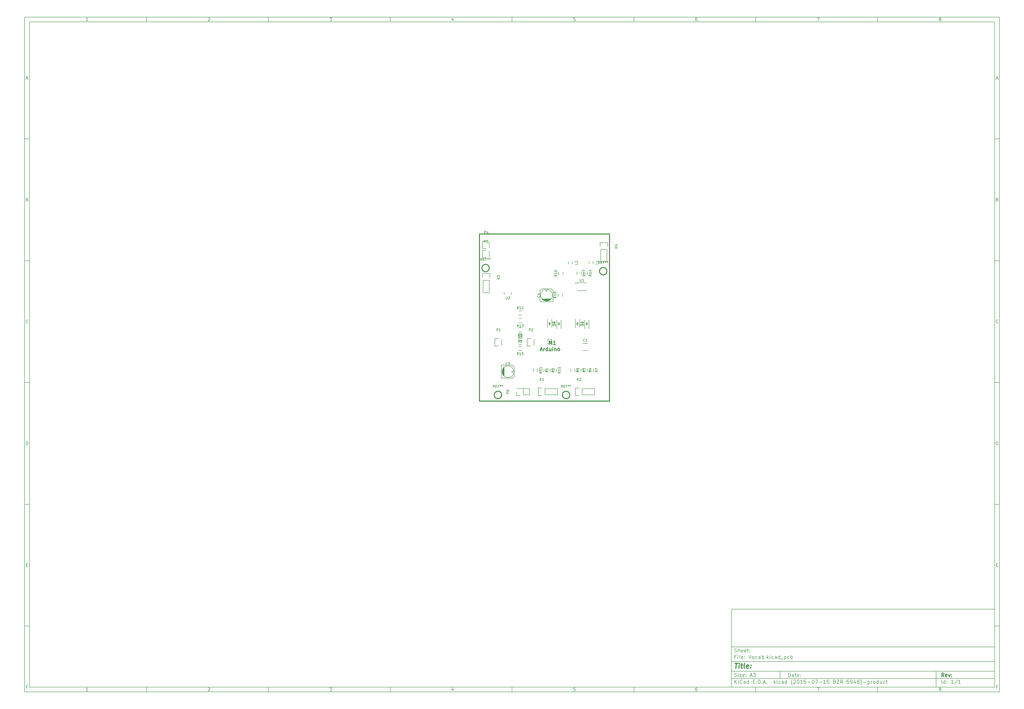
<source format=gbr>
G04 #@! TF.FileFunction,Legend,Top*
%FSLAX46Y46*%
G04 Gerber Fmt 4.6, Leading zero omitted, Abs format (unit mm)*
G04 Created by KiCad (PCBNEW (2015-07-15 BZR 5948)-product) date Tue 15 Sep 2015 04:10:27 BST*
%MOMM*%
G01*
G04 APERTURE LIST*
%ADD10C,0.150000*%
%ADD11C,0.300000*%
%ADD12C,0.400000*%
%ADD13C,0.381000*%
%ADD14C,0.304800*%
G04 APERTURE END LIST*
D10*
X299989000Y-253002200D02*
X299989000Y-285002200D01*
X407989000Y-285002200D01*
X407989000Y-253002200D01*
X299989000Y-253002200D01*
X10000000Y-10000000D02*
X10000000Y-287002200D01*
X409989000Y-287002200D01*
X409989000Y-10000000D01*
X10000000Y-10000000D01*
X12000000Y-12000000D02*
X12000000Y-285002200D01*
X407989000Y-285002200D01*
X407989000Y-12000000D01*
X12000000Y-12000000D01*
X60000000Y-12000000D02*
X60000000Y-10000000D01*
X110000000Y-12000000D02*
X110000000Y-10000000D01*
X160000000Y-12000000D02*
X160000000Y-10000000D01*
X210000000Y-12000000D02*
X210000000Y-10000000D01*
X260000000Y-12000000D02*
X260000000Y-10000000D01*
X310000000Y-12000000D02*
X310000000Y-10000000D01*
X360000000Y-12000000D02*
X360000000Y-10000000D01*
X35990476Y-11588095D02*
X35247619Y-11588095D01*
X35619048Y-11588095D02*
X35619048Y-10288095D01*
X35495238Y-10473810D01*
X35371429Y-10597619D01*
X35247619Y-10659524D01*
X85247619Y-10411905D02*
X85309524Y-10350000D01*
X85433333Y-10288095D01*
X85742857Y-10288095D01*
X85866667Y-10350000D01*
X85928571Y-10411905D01*
X85990476Y-10535714D01*
X85990476Y-10659524D01*
X85928571Y-10845238D01*
X85185714Y-11588095D01*
X85990476Y-11588095D01*
X135185714Y-10288095D02*
X135990476Y-10288095D01*
X135557143Y-10783333D01*
X135742857Y-10783333D01*
X135866667Y-10845238D01*
X135928571Y-10907143D01*
X135990476Y-11030952D01*
X135990476Y-11340476D01*
X135928571Y-11464286D01*
X135866667Y-11526190D01*
X135742857Y-11588095D01*
X135371429Y-11588095D01*
X135247619Y-11526190D01*
X135185714Y-11464286D01*
X185866667Y-10721429D02*
X185866667Y-11588095D01*
X185557143Y-10226190D02*
X185247619Y-11154762D01*
X186052381Y-11154762D01*
X235928571Y-10288095D02*
X235309524Y-10288095D01*
X235247619Y-10907143D01*
X235309524Y-10845238D01*
X235433333Y-10783333D01*
X235742857Y-10783333D01*
X235866667Y-10845238D01*
X235928571Y-10907143D01*
X235990476Y-11030952D01*
X235990476Y-11340476D01*
X235928571Y-11464286D01*
X235866667Y-11526190D01*
X235742857Y-11588095D01*
X235433333Y-11588095D01*
X235309524Y-11526190D01*
X235247619Y-11464286D01*
X285866667Y-10288095D02*
X285619048Y-10288095D01*
X285495238Y-10350000D01*
X285433333Y-10411905D01*
X285309524Y-10597619D01*
X285247619Y-10845238D01*
X285247619Y-11340476D01*
X285309524Y-11464286D01*
X285371429Y-11526190D01*
X285495238Y-11588095D01*
X285742857Y-11588095D01*
X285866667Y-11526190D01*
X285928571Y-11464286D01*
X285990476Y-11340476D01*
X285990476Y-11030952D01*
X285928571Y-10907143D01*
X285866667Y-10845238D01*
X285742857Y-10783333D01*
X285495238Y-10783333D01*
X285371429Y-10845238D01*
X285309524Y-10907143D01*
X285247619Y-11030952D01*
X335185714Y-10288095D02*
X336052381Y-10288095D01*
X335495238Y-11588095D01*
X385495238Y-10845238D02*
X385371429Y-10783333D01*
X385309524Y-10721429D01*
X385247619Y-10597619D01*
X385247619Y-10535714D01*
X385309524Y-10411905D01*
X385371429Y-10350000D01*
X385495238Y-10288095D01*
X385742857Y-10288095D01*
X385866667Y-10350000D01*
X385928571Y-10411905D01*
X385990476Y-10535714D01*
X385990476Y-10597619D01*
X385928571Y-10721429D01*
X385866667Y-10783333D01*
X385742857Y-10845238D01*
X385495238Y-10845238D01*
X385371429Y-10907143D01*
X385309524Y-10969048D01*
X385247619Y-11092857D01*
X385247619Y-11340476D01*
X385309524Y-11464286D01*
X385371429Y-11526190D01*
X385495238Y-11588095D01*
X385742857Y-11588095D01*
X385866667Y-11526190D01*
X385928571Y-11464286D01*
X385990476Y-11340476D01*
X385990476Y-11092857D01*
X385928571Y-10969048D01*
X385866667Y-10907143D01*
X385742857Y-10845238D01*
X60000000Y-285002200D02*
X60000000Y-287002200D01*
X110000000Y-285002200D02*
X110000000Y-287002200D01*
X160000000Y-285002200D02*
X160000000Y-287002200D01*
X210000000Y-285002200D02*
X210000000Y-287002200D01*
X260000000Y-285002200D02*
X260000000Y-287002200D01*
X310000000Y-285002200D02*
X310000000Y-287002200D01*
X360000000Y-285002200D02*
X360000000Y-287002200D01*
X35990476Y-286590295D02*
X35247619Y-286590295D01*
X35619048Y-286590295D02*
X35619048Y-285290295D01*
X35495238Y-285476010D01*
X35371429Y-285599819D01*
X35247619Y-285661724D01*
X85247619Y-285414105D02*
X85309524Y-285352200D01*
X85433333Y-285290295D01*
X85742857Y-285290295D01*
X85866667Y-285352200D01*
X85928571Y-285414105D01*
X85990476Y-285537914D01*
X85990476Y-285661724D01*
X85928571Y-285847438D01*
X85185714Y-286590295D01*
X85990476Y-286590295D01*
X135185714Y-285290295D02*
X135990476Y-285290295D01*
X135557143Y-285785533D01*
X135742857Y-285785533D01*
X135866667Y-285847438D01*
X135928571Y-285909343D01*
X135990476Y-286033152D01*
X135990476Y-286342676D01*
X135928571Y-286466486D01*
X135866667Y-286528390D01*
X135742857Y-286590295D01*
X135371429Y-286590295D01*
X135247619Y-286528390D01*
X135185714Y-286466486D01*
X185866667Y-285723629D02*
X185866667Y-286590295D01*
X185557143Y-285228390D02*
X185247619Y-286156962D01*
X186052381Y-286156962D01*
X235928571Y-285290295D02*
X235309524Y-285290295D01*
X235247619Y-285909343D01*
X235309524Y-285847438D01*
X235433333Y-285785533D01*
X235742857Y-285785533D01*
X235866667Y-285847438D01*
X235928571Y-285909343D01*
X235990476Y-286033152D01*
X235990476Y-286342676D01*
X235928571Y-286466486D01*
X235866667Y-286528390D01*
X235742857Y-286590295D01*
X235433333Y-286590295D01*
X235309524Y-286528390D01*
X235247619Y-286466486D01*
X285866667Y-285290295D02*
X285619048Y-285290295D01*
X285495238Y-285352200D01*
X285433333Y-285414105D01*
X285309524Y-285599819D01*
X285247619Y-285847438D01*
X285247619Y-286342676D01*
X285309524Y-286466486D01*
X285371429Y-286528390D01*
X285495238Y-286590295D01*
X285742857Y-286590295D01*
X285866667Y-286528390D01*
X285928571Y-286466486D01*
X285990476Y-286342676D01*
X285990476Y-286033152D01*
X285928571Y-285909343D01*
X285866667Y-285847438D01*
X285742857Y-285785533D01*
X285495238Y-285785533D01*
X285371429Y-285847438D01*
X285309524Y-285909343D01*
X285247619Y-286033152D01*
X335185714Y-285290295D02*
X336052381Y-285290295D01*
X335495238Y-286590295D01*
X385495238Y-285847438D02*
X385371429Y-285785533D01*
X385309524Y-285723629D01*
X385247619Y-285599819D01*
X385247619Y-285537914D01*
X385309524Y-285414105D01*
X385371429Y-285352200D01*
X385495238Y-285290295D01*
X385742857Y-285290295D01*
X385866667Y-285352200D01*
X385928571Y-285414105D01*
X385990476Y-285537914D01*
X385990476Y-285599819D01*
X385928571Y-285723629D01*
X385866667Y-285785533D01*
X385742857Y-285847438D01*
X385495238Y-285847438D01*
X385371429Y-285909343D01*
X385309524Y-285971248D01*
X385247619Y-286095057D01*
X385247619Y-286342676D01*
X385309524Y-286466486D01*
X385371429Y-286528390D01*
X385495238Y-286590295D01*
X385742857Y-286590295D01*
X385866667Y-286528390D01*
X385928571Y-286466486D01*
X385990476Y-286342676D01*
X385990476Y-286095057D01*
X385928571Y-285971248D01*
X385866667Y-285909343D01*
X385742857Y-285847438D01*
X10000000Y-60000000D02*
X12000000Y-60000000D01*
X10000000Y-110000000D02*
X12000000Y-110000000D01*
X10000000Y-160000000D02*
X12000000Y-160000000D01*
X10000000Y-210000000D02*
X12000000Y-210000000D01*
X10000000Y-260000000D02*
X12000000Y-260000000D01*
X10690476Y-35216667D02*
X11309524Y-35216667D01*
X10566667Y-35588095D02*
X11000000Y-34288095D01*
X11433333Y-35588095D01*
X11092857Y-84907143D02*
X11278571Y-84969048D01*
X11340476Y-85030952D01*
X11402381Y-85154762D01*
X11402381Y-85340476D01*
X11340476Y-85464286D01*
X11278571Y-85526190D01*
X11154762Y-85588095D01*
X10659524Y-85588095D01*
X10659524Y-84288095D01*
X11092857Y-84288095D01*
X11216667Y-84350000D01*
X11278571Y-84411905D01*
X11340476Y-84535714D01*
X11340476Y-84659524D01*
X11278571Y-84783333D01*
X11216667Y-84845238D01*
X11092857Y-84907143D01*
X10659524Y-84907143D01*
X11402381Y-135464286D02*
X11340476Y-135526190D01*
X11154762Y-135588095D01*
X11030952Y-135588095D01*
X10845238Y-135526190D01*
X10721429Y-135402381D01*
X10659524Y-135278571D01*
X10597619Y-135030952D01*
X10597619Y-134845238D01*
X10659524Y-134597619D01*
X10721429Y-134473810D01*
X10845238Y-134350000D01*
X11030952Y-134288095D01*
X11154762Y-134288095D01*
X11340476Y-134350000D01*
X11402381Y-134411905D01*
X10659524Y-185588095D02*
X10659524Y-184288095D01*
X10969048Y-184288095D01*
X11154762Y-184350000D01*
X11278571Y-184473810D01*
X11340476Y-184597619D01*
X11402381Y-184845238D01*
X11402381Y-185030952D01*
X11340476Y-185278571D01*
X11278571Y-185402381D01*
X11154762Y-185526190D01*
X10969048Y-185588095D01*
X10659524Y-185588095D01*
X10721429Y-234907143D02*
X11154762Y-234907143D01*
X11340476Y-235588095D02*
X10721429Y-235588095D01*
X10721429Y-234288095D01*
X11340476Y-234288095D01*
X11185714Y-284907143D02*
X10752381Y-284907143D01*
X10752381Y-285588095D02*
X10752381Y-284288095D01*
X11371428Y-284288095D01*
X409989000Y-60000000D02*
X407989000Y-60000000D01*
X409989000Y-110000000D02*
X407989000Y-110000000D01*
X409989000Y-160000000D02*
X407989000Y-160000000D01*
X409989000Y-210000000D02*
X407989000Y-210000000D01*
X409989000Y-260000000D02*
X407989000Y-260000000D01*
X408679476Y-35216667D02*
X409298524Y-35216667D01*
X408555667Y-35588095D02*
X408989000Y-34288095D01*
X409422333Y-35588095D01*
X409081857Y-84907143D02*
X409267571Y-84969048D01*
X409329476Y-85030952D01*
X409391381Y-85154762D01*
X409391381Y-85340476D01*
X409329476Y-85464286D01*
X409267571Y-85526190D01*
X409143762Y-85588095D01*
X408648524Y-85588095D01*
X408648524Y-84288095D01*
X409081857Y-84288095D01*
X409205667Y-84350000D01*
X409267571Y-84411905D01*
X409329476Y-84535714D01*
X409329476Y-84659524D01*
X409267571Y-84783333D01*
X409205667Y-84845238D01*
X409081857Y-84907143D01*
X408648524Y-84907143D01*
X409391381Y-135464286D02*
X409329476Y-135526190D01*
X409143762Y-135588095D01*
X409019952Y-135588095D01*
X408834238Y-135526190D01*
X408710429Y-135402381D01*
X408648524Y-135278571D01*
X408586619Y-135030952D01*
X408586619Y-134845238D01*
X408648524Y-134597619D01*
X408710429Y-134473810D01*
X408834238Y-134350000D01*
X409019952Y-134288095D01*
X409143762Y-134288095D01*
X409329476Y-134350000D01*
X409391381Y-134411905D01*
X408648524Y-185588095D02*
X408648524Y-184288095D01*
X408958048Y-184288095D01*
X409143762Y-184350000D01*
X409267571Y-184473810D01*
X409329476Y-184597619D01*
X409391381Y-184845238D01*
X409391381Y-185030952D01*
X409329476Y-185278571D01*
X409267571Y-185402381D01*
X409143762Y-185526190D01*
X408958048Y-185588095D01*
X408648524Y-185588095D01*
X408710429Y-234907143D02*
X409143762Y-234907143D01*
X409329476Y-235588095D02*
X408710429Y-235588095D01*
X408710429Y-234288095D01*
X409329476Y-234288095D01*
X409174714Y-284907143D02*
X408741381Y-284907143D01*
X408741381Y-285588095D02*
X408741381Y-284288095D01*
X409360428Y-284288095D01*
X323346143Y-280780771D02*
X323346143Y-279280771D01*
X323703286Y-279280771D01*
X323917571Y-279352200D01*
X324060429Y-279495057D01*
X324131857Y-279637914D01*
X324203286Y-279923629D01*
X324203286Y-280137914D01*
X324131857Y-280423629D01*
X324060429Y-280566486D01*
X323917571Y-280709343D01*
X323703286Y-280780771D01*
X323346143Y-280780771D01*
X325489000Y-280780771D02*
X325489000Y-279995057D01*
X325417571Y-279852200D01*
X325274714Y-279780771D01*
X324989000Y-279780771D01*
X324846143Y-279852200D01*
X325489000Y-280709343D02*
X325346143Y-280780771D01*
X324989000Y-280780771D01*
X324846143Y-280709343D01*
X324774714Y-280566486D01*
X324774714Y-280423629D01*
X324846143Y-280280771D01*
X324989000Y-280209343D01*
X325346143Y-280209343D01*
X325489000Y-280137914D01*
X325989000Y-279780771D02*
X326560429Y-279780771D01*
X326203286Y-279280771D02*
X326203286Y-280566486D01*
X326274714Y-280709343D01*
X326417572Y-280780771D01*
X326560429Y-280780771D01*
X327631857Y-280709343D02*
X327489000Y-280780771D01*
X327203286Y-280780771D01*
X327060429Y-280709343D01*
X326989000Y-280566486D01*
X326989000Y-279995057D01*
X327060429Y-279852200D01*
X327203286Y-279780771D01*
X327489000Y-279780771D01*
X327631857Y-279852200D01*
X327703286Y-279995057D01*
X327703286Y-280137914D01*
X326989000Y-280280771D01*
X328346143Y-280637914D02*
X328417571Y-280709343D01*
X328346143Y-280780771D01*
X328274714Y-280709343D01*
X328346143Y-280637914D01*
X328346143Y-280780771D01*
X328346143Y-279852200D02*
X328417571Y-279923629D01*
X328346143Y-279995057D01*
X328274714Y-279923629D01*
X328346143Y-279852200D01*
X328346143Y-279995057D01*
X299989000Y-281502200D02*
X407989000Y-281502200D01*
X301346143Y-283580771D02*
X301346143Y-282080771D01*
X302203286Y-283580771D02*
X301560429Y-282723629D01*
X302203286Y-282080771D02*
X301346143Y-282937914D01*
X302846143Y-283580771D02*
X302846143Y-282580771D01*
X302846143Y-282080771D02*
X302774714Y-282152200D01*
X302846143Y-282223629D01*
X302917571Y-282152200D01*
X302846143Y-282080771D01*
X302846143Y-282223629D01*
X304417572Y-283437914D02*
X304346143Y-283509343D01*
X304131857Y-283580771D01*
X303989000Y-283580771D01*
X303774715Y-283509343D01*
X303631857Y-283366486D01*
X303560429Y-283223629D01*
X303489000Y-282937914D01*
X303489000Y-282723629D01*
X303560429Y-282437914D01*
X303631857Y-282295057D01*
X303774715Y-282152200D01*
X303989000Y-282080771D01*
X304131857Y-282080771D01*
X304346143Y-282152200D01*
X304417572Y-282223629D01*
X305703286Y-283580771D02*
X305703286Y-282795057D01*
X305631857Y-282652200D01*
X305489000Y-282580771D01*
X305203286Y-282580771D01*
X305060429Y-282652200D01*
X305703286Y-283509343D02*
X305560429Y-283580771D01*
X305203286Y-283580771D01*
X305060429Y-283509343D01*
X304989000Y-283366486D01*
X304989000Y-283223629D01*
X305060429Y-283080771D01*
X305203286Y-283009343D01*
X305560429Y-283009343D01*
X305703286Y-282937914D01*
X307060429Y-283580771D02*
X307060429Y-282080771D01*
X307060429Y-283509343D02*
X306917572Y-283580771D01*
X306631858Y-283580771D01*
X306489000Y-283509343D01*
X306417572Y-283437914D01*
X306346143Y-283295057D01*
X306346143Y-282866486D01*
X306417572Y-282723629D01*
X306489000Y-282652200D01*
X306631858Y-282580771D01*
X306917572Y-282580771D01*
X307060429Y-282652200D01*
X308917572Y-282795057D02*
X309417572Y-282795057D01*
X309631858Y-283580771D02*
X308917572Y-283580771D01*
X308917572Y-282080771D01*
X309631858Y-282080771D01*
X310274715Y-283437914D02*
X310346143Y-283509343D01*
X310274715Y-283580771D01*
X310203286Y-283509343D01*
X310274715Y-283437914D01*
X310274715Y-283580771D01*
X310989001Y-283580771D02*
X310989001Y-282080771D01*
X311346144Y-282080771D01*
X311560429Y-282152200D01*
X311703287Y-282295057D01*
X311774715Y-282437914D01*
X311846144Y-282723629D01*
X311846144Y-282937914D01*
X311774715Y-283223629D01*
X311703287Y-283366486D01*
X311560429Y-283509343D01*
X311346144Y-283580771D01*
X310989001Y-283580771D01*
X312489001Y-283437914D02*
X312560429Y-283509343D01*
X312489001Y-283580771D01*
X312417572Y-283509343D01*
X312489001Y-283437914D01*
X312489001Y-283580771D01*
X313131858Y-283152200D02*
X313846144Y-283152200D01*
X312989001Y-283580771D02*
X313489001Y-282080771D01*
X313989001Y-283580771D01*
X314489001Y-283437914D02*
X314560429Y-283509343D01*
X314489001Y-283580771D01*
X314417572Y-283509343D01*
X314489001Y-283437914D01*
X314489001Y-283580771D01*
X317489001Y-283580771D02*
X317489001Y-282080771D01*
X317631858Y-283009343D02*
X318060429Y-283580771D01*
X318060429Y-282580771D02*
X317489001Y-283152200D01*
X318703287Y-283580771D02*
X318703287Y-282580771D01*
X318703287Y-282080771D02*
X318631858Y-282152200D01*
X318703287Y-282223629D01*
X318774715Y-282152200D01*
X318703287Y-282080771D01*
X318703287Y-282223629D01*
X320060430Y-283509343D02*
X319917573Y-283580771D01*
X319631859Y-283580771D01*
X319489001Y-283509343D01*
X319417573Y-283437914D01*
X319346144Y-283295057D01*
X319346144Y-282866486D01*
X319417573Y-282723629D01*
X319489001Y-282652200D01*
X319631859Y-282580771D01*
X319917573Y-282580771D01*
X320060430Y-282652200D01*
X321346144Y-283580771D02*
X321346144Y-282795057D01*
X321274715Y-282652200D01*
X321131858Y-282580771D01*
X320846144Y-282580771D01*
X320703287Y-282652200D01*
X321346144Y-283509343D02*
X321203287Y-283580771D01*
X320846144Y-283580771D01*
X320703287Y-283509343D01*
X320631858Y-283366486D01*
X320631858Y-283223629D01*
X320703287Y-283080771D01*
X320846144Y-283009343D01*
X321203287Y-283009343D01*
X321346144Y-282937914D01*
X322703287Y-283580771D02*
X322703287Y-282080771D01*
X322703287Y-283509343D02*
X322560430Y-283580771D01*
X322274716Y-283580771D01*
X322131858Y-283509343D01*
X322060430Y-283437914D01*
X321989001Y-283295057D01*
X321989001Y-282866486D01*
X322060430Y-282723629D01*
X322131858Y-282652200D01*
X322274716Y-282580771D01*
X322560430Y-282580771D01*
X322703287Y-282652200D01*
X324989001Y-284152200D02*
X324917573Y-284080771D01*
X324774716Y-283866486D01*
X324703287Y-283723629D01*
X324631858Y-283509343D01*
X324560430Y-283152200D01*
X324560430Y-282866486D01*
X324631858Y-282509343D01*
X324703287Y-282295057D01*
X324774716Y-282152200D01*
X324917573Y-281937914D01*
X324989001Y-281866486D01*
X325489001Y-282223629D02*
X325560430Y-282152200D01*
X325703287Y-282080771D01*
X326060430Y-282080771D01*
X326203287Y-282152200D01*
X326274716Y-282223629D01*
X326346144Y-282366486D01*
X326346144Y-282509343D01*
X326274716Y-282723629D01*
X325417573Y-283580771D01*
X326346144Y-283580771D01*
X327274715Y-282080771D02*
X327417572Y-282080771D01*
X327560429Y-282152200D01*
X327631858Y-282223629D01*
X327703287Y-282366486D01*
X327774715Y-282652200D01*
X327774715Y-283009343D01*
X327703287Y-283295057D01*
X327631858Y-283437914D01*
X327560429Y-283509343D01*
X327417572Y-283580771D01*
X327274715Y-283580771D01*
X327131858Y-283509343D01*
X327060429Y-283437914D01*
X326989001Y-283295057D01*
X326917572Y-283009343D01*
X326917572Y-282652200D01*
X326989001Y-282366486D01*
X327060429Y-282223629D01*
X327131858Y-282152200D01*
X327274715Y-282080771D01*
X329203286Y-283580771D02*
X328346143Y-283580771D01*
X328774715Y-283580771D02*
X328774715Y-282080771D01*
X328631858Y-282295057D01*
X328489000Y-282437914D01*
X328346143Y-282509343D01*
X330560429Y-282080771D02*
X329846143Y-282080771D01*
X329774714Y-282795057D01*
X329846143Y-282723629D01*
X329989000Y-282652200D01*
X330346143Y-282652200D01*
X330489000Y-282723629D01*
X330560429Y-282795057D01*
X330631857Y-282937914D01*
X330631857Y-283295057D01*
X330560429Y-283437914D01*
X330489000Y-283509343D01*
X330346143Y-283580771D01*
X329989000Y-283580771D01*
X329846143Y-283509343D01*
X329774714Y-283437914D01*
X331274714Y-283009343D02*
X332417571Y-283009343D01*
X333417571Y-282080771D02*
X333560428Y-282080771D01*
X333703285Y-282152200D01*
X333774714Y-282223629D01*
X333846143Y-282366486D01*
X333917571Y-282652200D01*
X333917571Y-283009343D01*
X333846143Y-283295057D01*
X333774714Y-283437914D01*
X333703285Y-283509343D01*
X333560428Y-283580771D01*
X333417571Y-283580771D01*
X333274714Y-283509343D01*
X333203285Y-283437914D01*
X333131857Y-283295057D01*
X333060428Y-283009343D01*
X333060428Y-282652200D01*
X333131857Y-282366486D01*
X333203285Y-282223629D01*
X333274714Y-282152200D01*
X333417571Y-282080771D01*
X334417571Y-282080771D02*
X335417571Y-282080771D01*
X334774714Y-283580771D01*
X335988999Y-283009343D02*
X337131856Y-283009343D01*
X338631856Y-283580771D02*
X337774713Y-283580771D01*
X338203285Y-283580771D02*
X338203285Y-282080771D01*
X338060428Y-282295057D01*
X337917570Y-282437914D01*
X337774713Y-282509343D01*
X339988999Y-282080771D02*
X339274713Y-282080771D01*
X339203284Y-282795057D01*
X339274713Y-282723629D01*
X339417570Y-282652200D01*
X339774713Y-282652200D01*
X339917570Y-282723629D01*
X339988999Y-282795057D01*
X340060427Y-282937914D01*
X340060427Y-283295057D01*
X339988999Y-283437914D01*
X339917570Y-283509343D01*
X339774713Y-283580771D01*
X339417570Y-283580771D01*
X339274713Y-283509343D01*
X339203284Y-283437914D01*
X342346141Y-282795057D02*
X342560427Y-282866486D01*
X342631855Y-282937914D01*
X342703284Y-283080771D01*
X342703284Y-283295057D01*
X342631855Y-283437914D01*
X342560427Y-283509343D01*
X342417569Y-283580771D01*
X341846141Y-283580771D01*
X341846141Y-282080771D01*
X342346141Y-282080771D01*
X342488998Y-282152200D01*
X342560427Y-282223629D01*
X342631855Y-282366486D01*
X342631855Y-282509343D01*
X342560427Y-282652200D01*
X342488998Y-282723629D01*
X342346141Y-282795057D01*
X341846141Y-282795057D01*
X343203284Y-282080771D02*
X344203284Y-282080771D01*
X343203284Y-283580771D01*
X344203284Y-283580771D01*
X345631855Y-283580771D02*
X345131855Y-282866486D01*
X344774712Y-283580771D02*
X344774712Y-282080771D01*
X345346140Y-282080771D01*
X345488998Y-282152200D01*
X345560426Y-282223629D01*
X345631855Y-282366486D01*
X345631855Y-282580771D01*
X345560426Y-282723629D01*
X345488998Y-282795057D01*
X345346140Y-282866486D01*
X344774712Y-282866486D01*
X348131855Y-282080771D02*
X347417569Y-282080771D01*
X347346140Y-282795057D01*
X347417569Y-282723629D01*
X347560426Y-282652200D01*
X347917569Y-282652200D01*
X348060426Y-282723629D01*
X348131855Y-282795057D01*
X348203283Y-282937914D01*
X348203283Y-283295057D01*
X348131855Y-283437914D01*
X348060426Y-283509343D01*
X347917569Y-283580771D01*
X347560426Y-283580771D01*
X347417569Y-283509343D01*
X347346140Y-283437914D01*
X348917568Y-283580771D02*
X349203283Y-283580771D01*
X349346140Y-283509343D01*
X349417568Y-283437914D01*
X349560426Y-283223629D01*
X349631854Y-282937914D01*
X349631854Y-282366486D01*
X349560426Y-282223629D01*
X349488997Y-282152200D01*
X349346140Y-282080771D01*
X349060426Y-282080771D01*
X348917568Y-282152200D01*
X348846140Y-282223629D01*
X348774711Y-282366486D01*
X348774711Y-282723629D01*
X348846140Y-282866486D01*
X348917568Y-282937914D01*
X349060426Y-283009343D01*
X349346140Y-283009343D01*
X349488997Y-282937914D01*
X349560426Y-282866486D01*
X349631854Y-282723629D01*
X350917568Y-282580771D02*
X350917568Y-283580771D01*
X350560425Y-282009343D02*
X350203282Y-283080771D01*
X351131854Y-283080771D01*
X351917568Y-282723629D02*
X351774710Y-282652200D01*
X351703282Y-282580771D01*
X351631853Y-282437914D01*
X351631853Y-282366486D01*
X351703282Y-282223629D01*
X351774710Y-282152200D01*
X351917568Y-282080771D01*
X352203282Y-282080771D01*
X352346139Y-282152200D01*
X352417568Y-282223629D01*
X352488996Y-282366486D01*
X352488996Y-282437914D01*
X352417568Y-282580771D01*
X352346139Y-282652200D01*
X352203282Y-282723629D01*
X351917568Y-282723629D01*
X351774710Y-282795057D01*
X351703282Y-282866486D01*
X351631853Y-283009343D01*
X351631853Y-283295057D01*
X351703282Y-283437914D01*
X351774710Y-283509343D01*
X351917568Y-283580771D01*
X352203282Y-283580771D01*
X352346139Y-283509343D01*
X352417568Y-283437914D01*
X352488996Y-283295057D01*
X352488996Y-283009343D01*
X352417568Y-282866486D01*
X352346139Y-282795057D01*
X352203282Y-282723629D01*
X352988996Y-284152200D02*
X353060424Y-284080771D01*
X353203281Y-283866486D01*
X353274710Y-283723629D01*
X353346139Y-283509343D01*
X353417567Y-283152200D01*
X353417567Y-282866486D01*
X353346139Y-282509343D01*
X353274710Y-282295057D01*
X353203281Y-282152200D01*
X353060424Y-281937914D01*
X352988996Y-281866486D01*
X354131853Y-283009343D02*
X355274710Y-283009343D01*
X355988996Y-282580771D02*
X355988996Y-284080771D01*
X355988996Y-282652200D02*
X356131853Y-282580771D01*
X356417567Y-282580771D01*
X356560424Y-282652200D01*
X356631853Y-282723629D01*
X356703282Y-282866486D01*
X356703282Y-283295057D01*
X356631853Y-283437914D01*
X356560424Y-283509343D01*
X356417567Y-283580771D01*
X356131853Y-283580771D01*
X355988996Y-283509343D01*
X357346139Y-283580771D02*
X357346139Y-282580771D01*
X357346139Y-282866486D02*
X357417567Y-282723629D01*
X357488996Y-282652200D01*
X357631853Y-282580771D01*
X357774710Y-282580771D01*
X358488996Y-283580771D02*
X358346138Y-283509343D01*
X358274710Y-283437914D01*
X358203281Y-283295057D01*
X358203281Y-282866486D01*
X358274710Y-282723629D01*
X358346138Y-282652200D01*
X358488996Y-282580771D01*
X358703281Y-282580771D01*
X358846138Y-282652200D01*
X358917567Y-282723629D01*
X358988996Y-282866486D01*
X358988996Y-283295057D01*
X358917567Y-283437914D01*
X358846138Y-283509343D01*
X358703281Y-283580771D01*
X358488996Y-283580771D01*
X360274710Y-283580771D02*
X360274710Y-282080771D01*
X360274710Y-283509343D02*
X360131853Y-283580771D01*
X359846139Y-283580771D01*
X359703281Y-283509343D01*
X359631853Y-283437914D01*
X359560424Y-283295057D01*
X359560424Y-282866486D01*
X359631853Y-282723629D01*
X359703281Y-282652200D01*
X359846139Y-282580771D01*
X360131853Y-282580771D01*
X360274710Y-282652200D01*
X361631853Y-282580771D02*
X361631853Y-283580771D01*
X360988996Y-282580771D02*
X360988996Y-283366486D01*
X361060424Y-283509343D01*
X361203282Y-283580771D01*
X361417567Y-283580771D01*
X361560424Y-283509343D01*
X361631853Y-283437914D01*
X362988996Y-283509343D02*
X362846139Y-283580771D01*
X362560425Y-283580771D01*
X362417567Y-283509343D01*
X362346139Y-283437914D01*
X362274710Y-283295057D01*
X362274710Y-282866486D01*
X362346139Y-282723629D01*
X362417567Y-282652200D01*
X362560425Y-282580771D01*
X362846139Y-282580771D01*
X362988996Y-282652200D01*
X363417567Y-282580771D02*
X363988996Y-282580771D01*
X363631853Y-282080771D02*
X363631853Y-283366486D01*
X363703281Y-283509343D01*
X363846139Y-283580771D01*
X363988996Y-283580771D01*
X299989000Y-278502200D02*
X407989000Y-278502200D01*
D11*
X387203286Y-280780771D02*
X386703286Y-280066486D01*
X386346143Y-280780771D02*
X386346143Y-279280771D01*
X386917571Y-279280771D01*
X387060429Y-279352200D01*
X387131857Y-279423629D01*
X387203286Y-279566486D01*
X387203286Y-279780771D01*
X387131857Y-279923629D01*
X387060429Y-279995057D01*
X386917571Y-280066486D01*
X386346143Y-280066486D01*
X388417571Y-280709343D02*
X388274714Y-280780771D01*
X387989000Y-280780771D01*
X387846143Y-280709343D01*
X387774714Y-280566486D01*
X387774714Y-279995057D01*
X387846143Y-279852200D01*
X387989000Y-279780771D01*
X388274714Y-279780771D01*
X388417571Y-279852200D01*
X388489000Y-279995057D01*
X388489000Y-280137914D01*
X387774714Y-280280771D01*
X388989000Y-279780771D02*
X389346143Y-280780771D01*
X389703285Y-279780771D01*
X390274714Y-280637914D02*
X390346142Y-280709343D01*
X390274714Y-280780771D01*
X390203285Y-280709343D01*
X390274714Y-280637914D01*
X390274714Y-280780771D01*
X390274714Y-279852200D02*
X390346142Y-279923629D01*
X390274714Y-279995057D01*
X390203285Y-279923629D01*
X390274714Y-279852200D01*
X390274714Y-279995057D01*
D10*
X301274714Y-280709343D02*
X301489000Y-280780771D01*
X301846143Y-280780771D01*
X301989000Y-280709343D01*
X302060429Y-280637914D01*
X302131857Y-280495057D01*
X302131857Y-280352200D01*
X302060429Y-280209343D01*
X301989000Y-280137914D01*
X301846143Y-280066486D01*
X301560429Y-279995057D01*
X301417571Y-279923629D01*
X301346143Y-279852200D01*
X301274714Y-279709343D01*
X301274714Y-279566486D01*
X301346143Y-279423629D01*
X301417571Y-279352200D01*
X301560429Y-279280771D01*
X301917571Y-279280771D01*
X302131857Y-279352200D01*
X302774714Y-280780771D02*
X302774714Y-279780771D01*
X302774714Y-279280771D02*
X302703285Y-279352200D01*
X302774714Y-279423629D01*
X302846142Y-279352200D01*
X302774714Y-279280771D01*
X302774714Y-279423629D01*
X303346143Y-279780771D02*
X304131857Y-279780771D01*
X303346143Y-280780771D01*
X304131857Y-280780771D01*
X305274714Y-280709343D02*
X305131857Y-280780771D01*
X304846143Y-280780771D01*
X304703286Y-280709343D01*
X304631857Y-280566486D01*
X304631857Y-279995057D01*
X304703286Y-279852200D01*
X304846143Y-279780771D01*
X305131857Y-279780771D01*
X305274714Y-279852200D01*
X305346143Y-279995057D01*
X305346143Y-280137914D01*
X304631857Y-280280771D01*
X305989000Y-280637914D02*
X306060428Y-280709343D01*
X305989000Y-280780771D01*
X305917571Y-280709343D01*
X305989000Y-280637914D01*
X305989000Y-280780771D01*
X305989000Y-279852200D02*
X306060428Y-279923629D01*
X305989000Y-279995057D01*
X305917571Y-279923629D01*
X305989000Y-279852200D01*
X305989000Y-279995057D01*
X307774714Y-280352200D02*
X308489000Y-280352200D01*
X307631857Y-280780771D02*
X308131857Y-279280771D01*
X308631857Y-280780771D01*
X308989000Y-279280771D02*
X309917571Y-279280771D01*
X309417571Y-279852200D01*
X309631857Y-279852200D01*
X309774714Y-279923629D01*
X309846143Y-279995057D01*
X309917571Y-280137914D01*
X309917571Y-280495057D01*
X309846143Y-280637914D01*
X309774714Y-280709343D01*
X309631857Y-280780771D01*
X309203285Y-280780771D01*
X309060428Y-280709343D01*
X308989000Y-280637914D01*
X386346143Y-283580771D02*
X386346143Y-282080771D01*
X387703286Y-283580771D02*
X387703286Y-282080771D01*
X387703286Y-283509343D02*
X387560429Y-283580771D01*
X387274715Y-283580771D01*
X387131857Y-283509343D01*
X387060429Y-283437914D01*
X386989000Y-283295057D01*
X386989000Y-282866486D01*
X387060429Y-282723629D01*
X387131857Y-282652200D01*
X387274715Y-282580771D01*
X387560429Y-282580771D01*
X387703286Y-282652200D01*
X388417572Y-283437914D02*
X388489000Y-283509343D01*
X388417572Y-283580771D01*
X388346143Y-283509343D01*
X388417572Y-283437914D01*
X388417572Y-283580771D01*
X388417572Y-282652200D02*
X388489000Y-282723629D01*
X388417572Y-282795057D01*
X388346143Y-282723629D01*
X388417572Y-282652200D01*
X388417572Y-282795057D01*
X391060429Y-283580771D02*
X390203286Y-283580771D01*
X390631858Y-283580771D02*
X390631858Y-282080771D01*
X390489001Y-282295057D01*
X390346143Y-282437914D01*
X390203286Y-282509343D01*
X392774714Y-282009343D02*
X391489000Y-283937914D01*
X394060429Y-283580771D02*
X393203286Y-283580771D01*
X393631858Y-283580771D02*
X393631858Y-282080771D01*
X393489001Y-282295057D01*
X393346143Y-282437914D01*
X393203286Y-282509343D01*
X299989000Y-274502200D02*
X407989000Y-274502200D01*
D12*
X301441381Y-275206962D02*
X302584238Y-275206962D01*
X301762810Y-277206962D02*
X302012810Y-275206962D01*
X303000905Y-277206962D02*
X303167571Y-275873629D01*
X303250905Y-275206962D02*
X303143762Y-275302200D01*
X303227095Y-275397438D01*
X303334239Y-275302200D01*
X303250905Y-275206962D01*
X303227095Y-275397438D01*
X303834238Y-275873629D02*
X304596143Y-275873629D01*
X304203286Y-275206962D02*
X303989000Y-276921248D01*
X304060430Y-277111724D01*
X304239001Y-277206962D01*
X304429477Y-277206962D01*
X305381858Y-277206962D02*
X305203287Y-277111724D01*
X305131857Y-276921248D01*
X305346143Y-275206962D01*
X306917572Y-277111724D02*
X306715191Y-277206962D01*
X306334239Y-277206962D01*
X306155667Y-277111724D01*
X306084238Y-276921248D01*
X306179476Y-276159343D01*
X306298524Y-275968867D01*
X306500905Y-275873629D01*
X306881857Y-275873629D01*
X307060429Y-275968867D01*
X307131857Y-276159343D01*
X307108048Y-276349819D01*
X306131857Y-276540295D01*
X307881857Y-277016486D02*
X307965192Y-277111724D01*
X307858048Y-277206962D01*
X307774715Y-277111724D01*
X307881857Y-277016486D01*
X307858048Y-277206962D01*
X308012810Y-275968867D02*
X308096144Y-276064105D01*
X307989000Y-276159343D01*
X307905667Y-276064105D01*
X308012810Y-275968867D01*
X307989000Y-276159343D01*
D10*
X301846143Y-272595057D02*
X301346143Y-272595057D01*
X301346143Y-273380771D02*
X301346143Y-271880771D01*
X302060429Y-271880771D01*
X302631857Y-273380771D02*
X302631857Y-272380771D01*
X302631857Y-271880771D02*
X302560428Y-271952200D01*
X302631857Y-272023629D01*
X302703285Y-271952200D01*
X302631857Y-271880771D01*
X302631857Y-272023629D01*
X303560429Y-273380771D02*
X303417571Y-273309343D01*
X303346143Y-273166486D01*
X303346143Y-271880771D01*
X304703285Y-273309343D02*
X304560428Y-273380771D01*
X304274714Y-273380771D01*
X304131857Y-273309343D01*
X304060428Y-273166486D01*
X304060428Y-272595057D01*
X304131857Y-272452200D01*
X304274714Y-272380771D01*
X304560428Y-272380771D01*
X304703285Y-272452200D01*
X304774714Y-272595057D01*
X304774714Y-272737914D01*
X304060428Y-272880771D01*
X305417571Y-273237914D02*
X305488999Y-273309343D01*
X305417571Y-273380771D01*
X305346142Y-273309343D01*
X305417571Y-273237914D01*
X305417571Y-273380771D01*
X305417571Y-272452200D02*
X305488999Y-272523629D01*
X305417571Y-272595057D01*
X305346142Y-272523629D01*
X305417571Y-272452200D01*
X305417571Y-272595057D01*
X307060428Y-271880771D02*
X307560428Y-273380771D01*
X308060428Y-271880771D01*
X308774714Y-273380771D02*
X308631856Y-273309343D01*
X308560428Y-273237914D01*
X308488999Y-273095057D01*
X308488999Y-272666486D01*
X308560428Y-272523629D01*
X308631856Y-272452200D01*
X308774714Y-272380771D01*
X308988999Y-272380771D01*
X309131856Y-272452200D01*
X309203285Y-272523629D01*
X309274714Y-272666486D01*
X309274714Y-273095057D01*
X309203285Y-273237914D01*
X309131856Y-273309343D01*
X308988999Y-273380771D01*
X308774714Y-273380771D01*
X310560428Y-273309343D02*
X310417571Y-273380771D01*
X310131857Y-273380771D01*
X309988999Y-273309343D01*
X309917571Y-273237914D01*
X309846142Y-273095057D01*
X309846142Y-272666486D01*
X309917571Y-272523629D01*
X309988999Y-272452200D01*
X310131857Y-272380771D01*
X310417571Y-272380771D01*
X310560428Y-272452200D01*
X311846142Y-273380771D02*
X311846142Y-272595057D01*
X311774713Y-272452200D01*
X311631856Y-272380771D01*
X311346142Y-272380771D01*
X311203285Y-272452200D01*
X311846142Y-273309343D02*
X311703285Y-273380771D01*
X311346142Y-273380771D01*
X311203285Y-273309343D01*
X311131856Y-273166486D01*
X311131856Y-273023629D01*
X311203285Y-272880771D01*
X311346142Y-272809343D01*
X311703285Y-272809343D01*
X311846142Y-272737914D01*
X312560428Y-273380771D02*
X312560428Y-271880771D01*
X312560428Y-272452200D02*
X312703285Y-272380771D01*
X312988999Y-272380771D01*
X313131856Y-272452200D01*
X313203285Y-272523629D01*
X313274714Y-272666486D01*
X313274714Y-273095057D01*
X313203285Y-273237914D01*
X313131856Y-273309343D01*
X312988999Y-273380771D01*
X312703285Y-273380771D01*
X312560428Y-273309343D01*
X313917571Y-273237914D02*
X313988999Y-273309343D01*
X313917571Y-273380771D01*
X313846142Y-273309343D01*
X313917571Y-273237914D01*
X313917571Y-273380771D01*
X314631857Y-273380771D02*
X314631857Y-271880771D01*
X314774714Y-272809343D02*
X315203285Y-273380771D01*
X315203285Y-272380771D02*
X314631857Y-272952200D01*
X315846143Y-273380771D02*
X315846143Y-272380771D01*
X315846143Y-271880771D02*
X315774714Y-271952200D01*
X315846143Y-272023629D01*
X315917571Y-271952200D01*
X315846143Y-271880771D01*
X315846143Y-272023629D01*
X317203286Y-273309343D02*
X317060429Y-273380771D01*
X316774715Y-273380771D01*
X316631857Y-273309343D01*
X316560429Y-273237914D01*
X316489000Y-273095057D01*
X316489000Y-272666486D01*
X316560429Y-272523629D01*
X316631857Y-272452200D01*
X316774715Y-272380771D01*
X317060429Y-272380771D01*
X317203286Y-272452200D01*
X318489000Y-273380771D02*
X318489000Y-272595057D01*
X318417571Y-272452200D01*
X318274714Y-272380771D01*
X317989000Y-272380771D01*
X317846143Y-272452200D01*
X318489000Y-273309343D02*
X318346143Y-273380771D01*
X317989000Y-273380771D01*
X317846143Y-273309343D01*
X317774714Y-273166486D01*
X317774714Y-273023629D01*
X317846143Y-272880771D01*
X317989000Y-272809343D01*
X318346143Y-272809343D01*
X318489000Y-272737914D01*
X319846143Y-273380771D02*
X319846143Y-271880771D01*
X319846143Y-273309343D02*
X319703286Y-273380771D01*
X319417572Y-273380771D01*
X319274714Y-273309343D01*
X319203286Y-273237914D01*
X319131857Y-273095057D01*
X319131857Y-272666486D01*
X319203286Y-272523629D01*
X319274714Y-272452200D01*
X319417572Y-272380771D01*
X319703286Y-272380771D01*
X319846143Y-272452200D01*
X320203286Y-273523629D02*
X321346143Y-273523629D01*
X321703286Y-272380771D02*
X321703286Y-273880771D01*
X321703286Y-272452200D02*
X321846143Y-272380771D01*
X322131857Y-272380771D01*
X322274714Y-272452200D01*
X322346143Y-272523629D01*
X322417572Y-272666486D01*
X322417572Y-273095057D01*
X322346143Y-273237914D01*
X322274714Y-273309343D01*
X322131857Y-273380771D01*
X321846143Y-273380771D01*
X321703286Y-273309343D01*
X323703286Y-273309343D02*
X323560429Y-273380771D01*
X323274715Y-273380771D01*
X323131857Y-273309343D01*
X323060429Y-273237914D01*
X322989000Y-273095057D01*
X322989000Y-272666486D01*
X323060429Y-272523629D01*
X323131857Y-272452200D01*
X323274715Y-272380771D01*
X323560429Y-272380771D01*
X323703286Y-272452200D01*
X324346143Y-273380771D02*
X324346143Y-271880771D01*
X324346143Y-272452200D02*
X324489000Y-272380771D01*
X324774714Y-272380771D01*
X324917571Y-272452200D01*
X324989000Y-272523629D01*
X325060429Y-272666486D01*
X325060429Y-273095057D01*
X324989000Y-273237914D01*
X324917571Y-273309343D01*
X324774714Y-273380771D01*
X324489000Y-273380771D01*
X324346143Y-273309343D01*
X299989000Y-268502200D02*
X407989000Y-268502200D01*
X301274714Y-270609343D02*
X301489000Y-270680771D01*
X301846143Y-270680771D01*
X301989000Y-270609343D01*
X302060429Y-270537914D01*
X302131857Y-270395057D01*
X302131857Y-270252200D01*
X302060429Y-270109343D01*
X301989000Y-270037914D01*
X301846143Y-269966486D01*
X301560429Y-269895057D01*
X301417571Y-269823629D01*
X301346143Y-269752200D01*
X301274714Y-269609343D01*
X301274714Y-269466486D01*
X301346143Y-269323629D01*
X301417571Y-269252200D01*
X301560429Y-269180771D01*
X301917571Y-269180771D01*
X302131857Y-269252200D01*
X302774714Y-270680771D02*
X302774714Y-269180771D01*
X303417571Y-270680771D02*
X303417571Y-269895057D01*
X303346142Y-269752200D01*
X303203285Y-269680771D01*
X302989000Y-269680771D01*
X302846142Y-269752200D01*
X302774714Y-269823629D01*
X304703285Y-270609343D02*
X304560428Y-270680771D01*
X304274714Y-270680771D01*
X304131857Y-270609343D01*
X304060428Y-270466486D01*
X304060428Y-269895057D01*
X304131857Y-269752200D01*
X304274714Y-269680771D01*
X304560428Y-269680771D01*
X304703285Y-269752200D01*
X304774714Y-269895057D01*
X304774714Y-270037914D01*
X304060428Y-270180771D01*
X305988999Y-270609343D02*
X305846142Y-270680771D01*
X305560428Y-270680771D01*
X305417571Y-270609343D01*
X305346142Y-270466486D01*
X305346142Y-269895057D01*
X305417571Y-269752200D01*
X305560428Y-269680771D01*
X305846142Y-269680771D01*
X305988999Y-269752200D01*
X306060428Y-269895057D01*
X306060428Y-270037914D01*
X305346142Y-270180771D01*
X306488999Y-269680771D02*
X307060428Y-269680771D01*
X306703285Y-269180771D02*
X306703285Y-270466486D01*
X306774713Y-270609343D01*
X306917571Y-270680771D01*
X307060428Y-270680771D01*
X307560428Y-270537914D02*
X307631856Y-270609343D01*
X307560428Y-270680771D01*
X307488999Y-270609343D01*
X307560428Y-270537914D01*
X307560428Y-270680771D01*
X307560428Y-269752200D02*
X307631856Y-269823629D01*
X307560428Y-269895057D01*
X307488999Y-269823629D01*
X307560428Y-269752200D01*
X307560428Y-269895057D01*
X319989000Y-278502200D02*
X319989000Y-281502200D01*
X383989000Y-278502200D02*
X383989000Y-285002200D01*
X196596000Y-167640000D02*
X196596000Y-99060000D01*
X249936000Y-167640000D02*
X196596000Y-167640000D01*
X249936000Y-99060000D02*
X249936000Y-167640000D01*
X196596000Y-99060000D02*
X249936000Y-99060000D01*
X241030000Y-143940000D02*
X239030000Y-143940000D01*
X239030000Y-146890000D02*
X241030000Y-146890000D01*
X226425000Y-143940000D02*
X224425000Y-143940000D01*
X224425000Y-146890000D02*
X226425000Y-146890000D01*
X205994000Y-154940000D02*
X205994000Y-156337000D01*
X206121000Y-154686000D02*
X206121000Y-156464000D01*
X206248000Y-154305000D02*
X206248000Y-156845000D01*
X206375000Y-156972000D02*
X206375000Y-154178000D01*
X206502000Y-154051000D02*
X206502000Y-157099000D01*
X206629000Y-157226000D02*
X206629000Y-153924000D01*
X206756000Y-153797000D02*
X206756000Y-157353000D01*
X210693000Y-155575000D02*
G75*
G03X210693000Y-155575000I-2413000J0D01*
G01*
X205613000Y-152908000D02*
X210185000Y-152908000D01*
X210185000Y-152908000D02*
X210947000Y-153670000D01*
X210947000Y-153670000D02*
X210947000Y-157480000D01*
X210947000Y-157480000D02*
X210185000Y-158242000D01*
X210185000Y-158242000D02*
X205613000Y-158242000D01*
X205613000Y-158242000D02*
X205613000Y-152908000D01*
X210439000Y-155575000D02*
X209677000Y-155575000D01*
X210058000Y-155194000D02*
X210058000Y-155956000D01*
X223520000Y-126492000D02*
X224917000Y-126492000D01*
X223266000Y-126365000D02*
X225044000Y-126365000D01*
X222885000Y-126238000D02*
X225425000Y-126238000D01*
X225552000Y-126111000D02*
X222758000Y-126111000D01*
X222631000Y-125984000D02*
X225679000Y-125984000D01*
X225806000Y-125857000D02*
X222504000Y-125857000D01*
X222377000Y-125730000D02*
X225933000Y-125730000D01*
X226568000Y-124206000D02*
G75*
G03X226568000Y-124206000I-2413000J0D01*
G01*
X221488000Y-126873000D02*
X221488000Y-122301000D01*
X221488000Y-122301000D02*
X222250000Y-121539000D01*
X222250000Y-121539000D02*
X226060000Y-121539000D01*
X226060000Y-121539000D02*
X226822000Y-122301000D01*
X226822000Y-122301000D02*
X226822000Y-126873000D01*
X226822000Y-126873000D02*
X221488000Y-126873000D01*
X224155000Y-122047000D02*
X224155000Y-122809000D01*
X223774000Y-122428000D02*
X224536000Y-122428000D01*
X240665000Y-135572500D02*
X240665000Y-135191500D01*
X240665000Y-136588500D02*
X240665000Y-136207500D01*
X240665000Y-136207500D02*
X240284000Y-135572500D01*
X240284000Y-135572500D02*
X241046000Y-135572500D01*
X241046000Y-135572500D02*
X240665000Y-136207500D01*
X240157000Y-136207500D02*
X241173000Y-136207500D01*
X241565000Y-137890000D02*
X241565000Y-134350000D01*
X239765000Y-137890000D02*
X239765000Y-134350000D01*
X236855000Y-136207500D02*
X236855000Y-136588500D01*
X236855000Y-135191500D02*
X236855000Y-135572500D01*
X236855000Y-135572500D02*
X237236000Y-136207500D01*
X237236000Y-136207500D02*
X236474000Y-136207500D01*
X236474000Y-136207500D02*
X236855000Y-135572500D01*
X237363000Y-135572500D02*
X236347000Y-135572500D01*
X235955000Y-133890000D02*
X235955000Y-137430000D01*
X237755000Y-133890000D02*
X237755000Y-137430000D01*
X229235000Y-135572500D02*
X229235000Y-135191500D01*
X229235000Y-136588500D02*
X229235000Y-136207500D01*
X229235000Y-136207500D02*
X228854000Y-135572500D01*
X228854000Y-135572500D02*
X229616000Y-135572500D01*
X229616000Y-135572500D02*
X229235000Y-136207500D01*
X228727000Y-136207500D02*
X229743000Y-136207500D01*
X230135000Y-137890000D02*
X230135000Y-134350000D01*
X228335000Y-137890000D02*
X228335000Y-134350000D01*
X225425000Y-136207500D02*
X225425000Y-136588500D01*
X225425000Y-135191500D02*
X225425000Y-135572500D01*
X225425000Y-135572500D02*
X225806000Y-136207500D01*
X225806000Y-136207500D02*
X225044000Y-136207500D01*
X225044000Y-136207500D02*
X225425000Y-135572500D01*
X225933000Y-135572500D02*
X224917000Y-135572500D01*
X224525000Y-133890000D02*
X224525000Y-137430000D01*
X226325000Y-133890000D02*
X226325000Y-137430000D01*
X205740000Y-144780000D02*
X205740000Y-142240000D01*
X202920000Y-141960000D02*
X204470000Y-141960000D01*
X202920000Y-141960000D02*
X202920000Y-145060000D01*
X202920000Y-145060000D02*
X204470000Y-145060000D01*
X221375000Y-155540000D02*
X221375000Y-154340000D01*
X223125000Y-154340000D02*
X223125000Y-155540000D01*
X223915000Y-155540000D02*
X223915000Y-154340000D01*
X225665000Y-154340000D02*
X225665000Y-155540000D01*
X236615000Y-155540000D02*
X236615000Y-154340000D01*
X238365000Y-154340000D02*
X238365000Y-155540000D01*
X239155000Y-155540000D02*
X239155000Y-154340000D01*
X240905000Y-154340000D02*
X240905000Y-155540000D01*
X213960000Y-144385000D02*
X212760000Y-144385000D01*
X212760000Y-142635000D02*
X213960000Y-142635000D01*
X212760000Y-140095000D02*
X213960000Y-140095000D01*
X213960000Y-141845000D02*
X212760000Y-141845000D01*
X241695000Y-155540000D02*
X241695000Y-154340000D01*
X243445000Y-154340000D02*
X243445000Y-155540000D01*
X212760000Y-137555000D02*
X213960000Y-137555000D01*
X213960000Y-139305000D02*
X212760000Y-139305000D01*
X234075000Y-155540000D02*
X234075000Y-154340000D01*
X235825000Y-154340000D02*
X235825000Y-155540000D01*
X226455000Y-155540000D02*
X226455000Y-154340000D01*
X228205000Y-154340000D02*
X228205000Y-155540000D01*
X218835000Y-155540000D02*
X218835000Y-154340000D01*
X220585000Y-154340000D02*
X220585000Y-155540000D01*
X213960000Y-132320000D02*
X212760000Y-132320000D01*
X212760000Y-130570000D02*
X213960000Y-130570000D01*
X212760000Y-133745000D02*
X213960000Y-133745000D01*
X213960000Y-135495000D02*
X212760000Y-135495000D01*
X212760000Y-145175000D02*
X213960000Y-145175000D01*
X213960000Y-146925000D02*
X212760000Y-146925000D01*
X222250000Y-162280000D02*
X220700000Y-162280000D01*
X220700000Y-162280000D02*
X220700000Y-165380000D01*
X220700000Y-165380000D02*
X222250000Y-165380000D01*
X223520000Y-162560000D02*
X228600000Y-162560000D01*
X228600000Y-162560000D02*
X228600000Y-165100000D01*
X228600000Y-165100000D02*
X223520000Y-165100000D01*
X223520000Y-165100000D02*
X223520000Y-162560000D01*
X237490000Y-162280000D02*
X235940000Y-162280000D01*
X235940000Y-162280000D02*
X235940000Y-165380000D01*
X235940000Y-165380000D02*
X237490000Y-165380000D01*
X238760000Y-162560000D02*
X243840000Y-162560000D01*
X243840000Y-162560000D02*
X243840000Y-165100000D01*
X243840000Y-165100000D02*
X238760000Y-165100000D01*
X238760000Y-165100000D02*
X238760000Y-162560000D01*
X200940000Y-116840000D02*
X200940000Y-115290000D01*
X200940000Y-115290000D02*
X197840000Y-115290000D01*
X197840000Y-115290000D02*
X197840000Y-116840000D01*
X200660000Y-118110000D02*
X200660000Y-123190000D01*
X200660000Y-123190000D02*
X198120000Y-123190000D01*
X198120000Y-123190000D02*
X198120000Y-118110000D01*
X198120000Y-118110000D02*
X200660000Y-118110000D01*
X249200000Y-104140000D02*
X249200000Y-102590000D01*
X249200000Y-102590000D02*
X246100000Y-102590000D01*
X246100000Y-102590000D02*
X246100000Y-104140000D01*
X248920000Y-105410000D02*
X248920000Y-110490000D01*
X248920000Y-110490000D02*
X246380000Y-110490000D01*
X246380000Y-110490000D02*
X246380000Y-105410000D01*
X246380000Y-105410000D02*
X248920000Y-105410000D01*
D13*
X248920000Y-114300000D02*
G75*
G03X248920000Y-114300000I-1524000J0D01*
G01*
X233680000Y-165100000D02*
G75*
G03X233680000Y-165100000I-1524000J0D01*
G01*
X200660000Y-113030000D02*
G75*
G03X200660000Y-113030000I-1524000J0D01*
G01*
X205740000Y-165100000D02*
G75*
G03X205740000Y-165100000I-1524000J0D01*
G01*
X196596000Y-99060000D02*
X196596000Y-167640000D01*
X196596000Y-167640000D02*
X249936000Y-167640000D01*
X249936000Y-167640000D02*
X249936000Y-99060000D01*
X249936000Y-99060000D02*
X196596000Y-99060000D01*
D10*
X200660000Y-104775000D02*
X200660000Y-102235000D01*
X197840000Y-101955000D02*
X199390000Y-101955000D01*
X197840000Y-101955000D02*
X197840000Y-105055000D01*
X197840000Y-105055000D02*
X199390000Y-105055000D01*
X200660000Y-108585000D02*
X200660000Y-106045000D01*
X197840000Y-105765000D02*
X199390000Y-105765000D01*
X197840000Y-105765000D02*
X197840000Y-108865000D01*
X197840000Y-108865000D02*
X199390000Y-108865000D01*
X219075000Y-144780000D02*
X219075000Y-142240000D01*
X216255000Y-141960000D02*
X217805000Y-141960000D01*
X216255000Y-141960000D02*
X216255000Y-145060000D01*
X216255000Y-145060000D02*
X217805000Y-145060000D01*
X211810000Y-163830000D02*
X211810000Y-165380000D01*
X214630000Y-162560000D02*
X212090000Y-162560000D01*
X211810000Y-165380000D02*
X213360000Y-165380000D01*
X217170000Y-162560000D02*
X214630000Y-162560000D01*
X214630000Y-162560000D02*
X214630000Y-165100000D01*
X214630000Y-165100000D02*
X217170000Y-165100000D01*
X217170000Y-165100000D02*
X217170000Y-162560000D01*
X241642900Y-110192820D02*
X241642900Y-111244380D01*
X243243100Y-111295180D02*
X243243100Y-110243620D01*
X233133900Y-110319820D02*
X233133900Y-111371380D01*
X234734100Y-111422180D02*
X234734100Y-110370620D01*
X239155000Y-115662000D02*
X239155000Y-114462000D01*
X240905000Y-114462000D02*
X240905000Y-115662000D01*
X230872000Y-114589000D02*
X230872000Y-115789000D01*
X229122000Y-115789000D02*
X229122000Y-114589000D01*
X236615000Y-115662000D02*
X236615000Y-114462000D01*
X238365000Y-114462000D02*
X238365000Y-115662000D01*
X230618000Y-123479000D02*
X230618000Y-124679000D01*
X228868000Y-124679000D02*
X228868000Y-123479000D01*
X236958000Y-118975000D02*
X236958000Y-119275000D01*
X240308000Y-118975000D02*
X240308000Y-119275000D01*
X240308000Y-122325000D02*
X240308000Y-122025000D01*
X236958000Y-122325000D02*
X236958000Y-122025000D01*
X236958000Y-118975000D02*
X240308000Y-118975000D01*
X236958000Y-122325000D02*
X240308000Y-122325000D01*
X236958000Y-119275000D02*
X235733000Y-119275000D01*
X206980840Y-123713240D02*
X207029100Y-123713240D01*
X209779820Y-123012200D02*
X209779820Y-123713240D01*
X209779820Y-123713240D02*
X209530900Y-123713240D01*
X206980840Y-123713240D02*
X206780180Y-123713240D01*
X206780180Y-123713240D02*
X206780180Y-123012200D01*
X239863334Y-143072143D02*
X239815715Y-143119762D01*
X239672858Y-143167381D01*
X239577620Y-143167381D01*
X239434762Y-143119762D01*
X239339524Y-143024524D01*
X239291905Y-142929286D01*
X239244286Y-142738810D01*
X239244286Y-142595952D01*
X239291905Y-142405476D01*
X239339524Y-142310238D01*
X239434762Y-142215000D01*
X239577620Y-142167381D01*
X239672858Y-142167381D01*
X239815715Y-142215000D01*
X239863334Y-142262619D01*
X240815715Y-143167381D02*
X240244286Y-143167381D01*
X240530000Y-143167381D02*
X240530000Y-142167381D01*
X240434762Y-142310238D01*
X240339524Y-142405476D01*
X240244286Y-142453095D01*
X225258334Y-143072143D02*
X225210715Y-143119762D01*
X225067858Y-143167381D01*
X224972620Y-143167381D01*
X224829762Y-143119762D01*
X224734524Y-143024524D01*
X224686905Y-142929286D01*
X224639286Y-142738810D01*
X224639286Y-142595952D01*
X224686905Y-142405476D01*
X224734524Y-142310238D01*
X224829762Y-142215000D01*
X224972620Y-142167381D01*
X225067858Y-142167381D01*
X225210715Y-142215000D01*
X225258334Y-142262619D01*
X225639286Y-142262619D02*
X225686905Y-142215000D01*
X225782143Y-142167381D01*
X226020239Y-142167381D01*
X226115477Y-142215000D01*
X226163096Y-142262619D01*
X226210715Y-142357857D01*
X226210715Y-142453095D01*
X226163096Y-142595952D01*
X225591667Y-143167381D01*
X226210715Y-143167381D01*
X208113334Y-152757143D02*
X208065715Y-152804762D01*
X207922858Y-152852381D01*
X207827620Y-152852381D01*
X207684762Y-152804762D01*
X207589524Y-152709524D01*
X207541905Y-152614286D01*
X207494286Y-152423810D01*
X207494286Y-152280952D01*
X207541905Y-152090476D01*
X207589524Y-151995238D01*
X207684762Y-151900000D01*
X207827620Y-151852381D01*
X207922858Y-151852381D01*
X208065715Y-151900000D01*
X208113334Y-151947619D01*
X208446667Y-151852381D02*
X209065715Y-151852381D01*
X208732381Y-152233333D01*
X208875239Y-152233333D01*
X208970477Y-152280952D01*
X209018096Y-152328571D01*
X209065715Y-152423810D01*
X209065715Y-152661905D01*
X209018096Y-152757143D01*
X208970477Y-152804762D01*
X208875239Y-152852381D01*
X208589524Y-152852381D01*
X208494286Y-152804762D01*
X208446667Y-152757143D01*
X221337143Y-124372666D02*
X221384762Y-124420285D01*
X221432381Y-124563142D01*
X221432381Y-124658380D01*
X221384762Y-124801238D01*
X221289524Y-124896476D01*
X221194286Y-124944095D01*
X221003810Y-124991714D01*
X220860952Y-124991714D01*
X220670476Y-124944095D01*
X220575238Y-124896476D01*
X220480000Y-124801238D01*
X220432381Y-124658380D01*
X220432381Y-124563142D01*
X220480000Y-124420285D01*
X220527619Y-124372666D01*
X220765714Y-123515523D02*
X221432381Y-123515523D01*
X220384762Y-123753619D02*
X221099048Y-123991714D01*
X221099048Y-123372666D01*
X239117381Y-136628095D02*
X238117381Y-136628095D01*
X238117381Y-136390000D01*
X238165000Y-136247142D01*
X238260238Y-136151904D01*
X238355476Y-136104285D01*
X238545952Y-136056666D01*
X238688810Y-136056666D01*
X238879286Y-136104285D01*
X238974524Y-136151904D01*
X239069762Y-136247142D01*
X239117381Y-136390000D01*
X239117381Y-136628095D01*
X239117381Y-135104285D02*
X239117381Y-135675714D01*
X239117381Y-135390000D02*
X238117381Y-135390000D01*
X238260238Y-135485238D01*
X238355476Y-135580476D01*
X238403095Y-135675714D01*
X239307381Y-136628095D02*
X238307381Y-136628095D01*
X238307381Y-136390000D01*
X238355000Y-136247142D01*
X238450238Y-136151904D01*
X238545476Y-136104285D01*
X238735952Y-136056666D01*
X238878810Y-136056666D01*
X239069286Y-136104285D01*
X239164524Y-136151904D01*
X239259762Y-136247142D01*
X239307381Y-136390000D01*
X239307381Y-136628095D01*
X238402619Y-135675714D02*
X238355000Y-135628095D01*
X238307381Y-135532857D01*
X238307381Y-135294761D01*
X238355000Y-135199523D01*
X238402619Y-135151904D01*
X238497857Y-135104285D01*
X238593095Y-135104285D01*
X238735952Y-135151904D01*
X239307381Y-135723333D01*
X239307381Y-135104285D01*
X227687381Y-136628095D02*
X226687381Y-136628095D01*
X226687381Y-136390000D01*
X226735000Y-136247142D01*
X226830238Y-136151904D01*
X226925476Y-136104285D01*
X227115952Y-136056666D01*
X227258810Y-136056666D01*
X227449286Y-136104285D01*
X227544524Y-136151904D01*
X227639762Y-136247142D01*
X227687381Y-136390000D01*
X227687381Y-136628095D01*
X226687381Y-135723333D02*
X226687381Y-135104285D01*
X227068333Y-135437619D01*
X227068333Y-135294761D01*
X227115952Y-135199523D01*
X227163571Y-135151904D01*
X227258810Y-135104285D01*
X227496905Y-135104285D01*
X227592143Y-135151904D01*
X227639762Y-135199523D01*
X227687381Y-135294761D01*
X227687381Y-135580476D01*
X227639762Y-135675714D01*
X227592143Y-135723333D01*
X227877381Y-136628095D02*
X226877381Y-136628095D01*
X226877381Y-136390000D01*
X226925000Y-136247142D01*
X227020238Y-136151904D01*
X227115476Y-136104285D01*
X227305952Y-136056666D01*
X227448810Y-136056666D01*
X227639286Y-136104285D01*
X227734524Y-136151904D01*
X227829762Y-136247142D01*
X227877381Y-136390000D01*
X227877381Y-136628095D01*
X227210714Y-135199523D02*
X227877381Y-135199523D01*
X226829762Y-135437619D02*
X227544048Y-135675714D01*
X227544048Y-135056666D01*
X203731905Y-138862381D02*
X203731905Y-137862381D01*
X204112858Y-137862381D01*
X204208096Y-137910000D01*
X204255715Y-137957619D01*
X204303334Y-138052857D01*
X204303334Y-138195714D01*
X204255715Y-138290952D01*
X204208096Y-138338571D01*
X204112858Y-138386190D01*
X203731905Y-138386190D01*
X205255715Y-138862381D02*
X204684286Y-138862381D01*
X204970000Y-138862381D02*
X204970000Y-137862381D01*
X204874762Y-138005238D01*
X204779524Y-138100476D01*
X204684286Y-138148095D01*
X224802381Y-155106666D02*
X224326190Y-155440000D01*
X224802381Y-155678095D02*
X223802381Y-155678095D01*
X223802381Y-155297142D01*
X223850000Y-155201904D01*
X223897619Y-155154285D01*
X223992857Y-155106666D01*
X224135714Y-155106666D01*
X224230952Y-155154285D01*
X224278571Y-155201904D01*
X224326190Y-155297142D01*
X224326190Y-155678095D01*
X224802381Y-154154285D02*
X224802381Y-154725714D01*
X224802381Y-154440000D02*
X223802381Y-154440000D01*
X223945238Y-154535238D01*
X224040476Y-154630476D01*
X224088095Y-154725714D01*
X227342381Y-155106666D02*
X226866190Y-155440000D01*
X227342381Y-155678095D02*
X226342381Y-155678095D01*
X226342381Y-155297142D01*
X226390000Y-155201904D01*
X226437619Y-155154285D01*
X226532857Y-155106666D01*
X226675714Y-155106666D01*
X226770952Y-155154285D01*
X226818571Y-155201904D01*
X226866190Y-155297142D01*
X226866190Y-155678095D01*
X226437619Y-154725714D02*
X226390000Y-154678095D01*
X226342381Y-154582857D01*
X226342381Y-154344761D01*
X226390000Y-154249523D01*
X226437619Y-154201904D01*
X226532857Y-154154285D01*
X226628095Y-154154285D01*
X226770952Y-154201904D01*
X227342381Y-154773333D01*
X227342381Y-154154285D01*
X240042381Y-155106666D02*
X239566190Y-155440000D01*
X240042381Y-155678095D02*
X239042381Y-155678095D01*
X239042381Y-155297142D01*
X239090000Y-155201904D01*
X239137619Y-155154285D01*
X239232857Y-155106666D01*
X239375714Y-155106666D01*
X239470952Y-155154285D01*
X239518571Y-155201904D01*
X239566190Y-155297142D01*
X239566190Y-155678095D01*
X239042381Y-154773333D02*
X239042381Y-154154285D01*
X239423333Y-154487619D01*
X239423333Y-154344761D01*
X239470952Y-154249523D01*
X239518571Y-154201904D01*
X239613810Y-154154285D01*
X239851905Y-154154285D01*
X239947143Y-154201904D01*
X239994762Y-154249523D01*
X240042381Y-154344761D01*
X240042381Y-154630476D01*
X239994762Y-154725714D01*
X239947143Y-154773333D01*
X242582381Y-155106666D02*
X242106190Y-155440000D01*
X242582381Y-155678095D02*
X241582381Y-155678095D01*
X241582381Y-155297142D01*
X241630000Y-155201904D01*
X241677619Y-155154285D01*
X241772857Y-155106666D01*
X241915714Y-155106666D01*
X242010952Y-155154285D01*
X242058571Y-155201904D01*
X242106190Y-155297142D01*
X242106190Y-155678095D01*
X241915714Y-154249523D02*
X242582381Y-154249523D01*
X241534762Y-154487619D02*
X242249048Y-154725714D01*
X242249048Y-154106666D01*
X213193334Y-141862381D02*
X212860000Y-141386190D01*
X212621905Y-141862381D02*
X212621905Y-140862381D01*
X213002858Y-140862381D01*
X213098096Y-140910000D01*
X213145715Y-140957619D01*
X213193334Y-141052857D01*
X213193334Y-141195714D01*
X213145715Y-141290952D01*
X213098096Y-141338571D01*
X213002858Y-141386190D01*
X212621905Y-141386190D01*
X214098096Y-140862381D02*
X213621905Y-140862381D01*
X213574286Y-141338571D01*
X213621905Y-141290952D01*
X213717143Y-141243333D01*
X213955239Y-141243333D01*
X214050477Y-141290952D01*
X214098096Y-141338571D01*
X214145715Y-141433810D01*
X214145715Y-141671905D01*
X214098096Y-141767143D01*
X214050477Y-141814762D01*
X213955239Y-141862381D01*
X213717143Y-141862381D01*
X213621905Y-141814762D01*
X213574286Y-141767143D01*
X213193334Y-143522381D02*
X212860000Y-143046190D01*
X212621905Y-143522381D02*
X212621905Y-142522381D01*
X213002858Y-142522381D01*
X213098096Y-142570000D01*
X213145715Y-142617619D01*
X213193334Y-142712857D01*
X213193334Y-142855714D01*
X213145715Y-142950952D01*
X213098096Y-142998571D01*
X213002858Y-143046190D01*
X212621905Y-143046190D01*
X214050477Y-142522381D02*
X213860000Y-142522381D01*
X213764762Y-142570000D01*
X213717143Y-142617619D01*
X213621905Y-142760476D01*
X213574286Y-142950952D01*
X213574286Y-143331905D01*
X213621905Y-143427143D01*
X213669524Y-143474762D01*
X213764762Y-143522381D01*
X213955239Y-143522381D01*
X214050477Y-143474762D01*
X214098096Y-143427143D01*
X214145715Y-143331905D01*
X214145715Y-143093810D01*
X214098096Y-142998571D01*
X214050477Y-142950952D01*
X213955239Y-142903333D01*
X213764762Y-142903333D01*
X213669524Y-142950952D01*
X213621905Y-142998571D01*
X213574286Y-143093810D01*
X245122381Y-155106666D02*
X244646190Y-155440000D01*
X245122381Y-155678095D02*
X244122381Y-155678095D01*
X244122381Y-155297142D01*
X244170000Y-155201904D01*
X244217619Y-155154285D01*
X244312857Y-155106666D01*
X244455714Y-155106666D01*
X244550952Y-155154285D01*
X244598571Y-155201904D01*
X244646190Y-155297142D01*
X244646190Y-155678095D01*
X244122381Y-154773333D02*
X244122381Y-154106666D01*
X245122381Y-154535238D01*
X213193334Y-140982381D02*
X212860000Y-140506190D01*
X212621905Y-140982381D02*
X212621905Y-139982381D01*
X213002858Y-139982381D01*
X213098096Y-140030000D01*
X213145715Y-140077619D01*
X213193334Y-140172857D01*
X213193334Y-140315714D01*
X213145715Y-140410952D01*
X213098096Y-140458571D01*
X213002858Y-140506190D01*
X212621905Y-140506190D01*
X213764762Y-140410952D02*
X213669524Y-140363333D01*
X213621905Y-140315714D01*
X213574286Y-140220476D01*
X213574286Y-140172857D01*
X213621905Y-140077619D01*
X213669524Y-140030000D01*
X213764762Y-139982381D01*
X213955239Y-139982381D01*
X214050477Y-140030000D01*
X214098096Y-140077619D01*
X214145715Y-140172857D01*
X214145715Y-140220476D01*
X214098096Y-140315714D01*
X214050477Y-140363333D01*
X213955239Y-140410952D01*
X213764762Y-140410952D01*
X213669524Y-140458571D01*
X213621905Y-140506190D01*
X213574286Y-140601429D01*
X213574286Y-140791905D01*
X213621905Y-140887143D01*
X213669524Y-140934762D01*
X213764762Y-140982381D01*
X213955239Y-140982381D01*
X214050477Y-140934762D01*
X214098096Y-140887143D01*
X214145715Y-140791905D01*
X214145715Y-140601429D01*
X214098096Y-140506190D01*
X214050477Y-140458571D01*
X213955239Y-140410952D01*
X237502381Y-155106666D02*
X237026190Y-155440000D01*
X237502381Y-155678095D02*
X236502381Y-155678095D01*
X236502381Y-155297142D01*
X236550000Y-155201904D01*
X236597619Y-155154285D01*
X236692857Y-155106666D01*
X236835714Y-155106666D01*
X236930952Y-155154285D01*
X236978571Y-155201904D01*
X237026190Y-155297142D01*
X237026190Y-155678095D01*
X237502381Y-154630476D02*
X237502381Y-154440000D01*
X237454762Y-154344761D01*
X237407143Y-154297142D01*
X237264286Y-154201904D01*
X237073810Y-154154285D01*
X236692857Y-154154285D01*
X236597619Y-154201904D01*
X236550000Y-154249523D01*
X236502381Y-154344761D01*
X236502381Y-154535238D01*
X236550000Y-154630476D01*
X236597619Y-154678095D01*
X236692857Y-154725714D01*
X236930952Y-154725714D01*
X237026190Y-154678095D01*
X237073810Y-154630476D01*
X237121429Y-154535238D01*
X237121429Y-154344761D01*
X237073810Y-154249523D01*
X237026190Y-154201904D01*
X236930952Y-154154285D01*
X229882381Y-155582857D02*
X229406190Y-155916191D01*
X229882381Y-156154286D02*
X228882381Y-156154286D01*
X228882381Y-155773333D01*
X228930000Y-155678095D01*
X228977619Y-155630476D01*
X229072857Y-155582857D01*
X229215714Y-155582857D01*
X229310952Y-155630476D01*
X229358571Y-155678095D01*
X229406190Y-155773333D01*
X229406190Y-156154286D01*
X229882381Y-154630476D02*
X229882381Y-155201905D01*
X229882381Y-154916191D02*
X228882381Y-154916191D01*
X229025238Y-155011429D01*
X229120476Y-155106667D01*
X229168095Y-155201905D01*
X228882381Y-154011429D02*
X228882381Y-153916190D01*
X228930000Y-153820952D01*
X228977619Y-153773333D01*
X229072857Y-153725714D01*
X229263333Y-153678095D01*
X229501429Y-153678095D01*
X229691905Y-153725714D01*
X229787143Y-153773333D01*
X229834762Y-153820952D01*
X229882381Y-153916190D01*
X229882381Y-154011429D01*
X229834762Y-154106667D01*
X229787143Y-154154286D01*
X229691905Y-154201905D01*
X229501429Y-154249524D01*
X229263333Y-154249524D01*
X229072857Y-154201905D01*
X228977619Y-154154286D01*
X228930000Y-154106667D01*
X228882381Y-154011429D01*
X222262381Y-155582857D02*
X221786190Y-155916191D01*
X222262381Y-156154286D02*
X221262381Y-156154286D01*
X221262381Y-155773333D01*
X221310000Y-155678095D01*
X221357619Y-155630476D01*
X221452857Y-155582857D01*
X221595714Y-155582857D01*
X221690952Y-155630476D01*
X221738571Y-155678095D01*
X221786190Y-155773333D01*
X221786190Y-156154286D01*
X222262381Y-154630476D02*
X222262381Y-155201905D01*
X222262381Y-154916191D02*
X221262381Y-154916191D01*
X221405238Y-155011429D01*
X221500476Y-155106667D01*
X221548095Y-155201905D01*
X222262381Y-153678095D02*
X222262381Y-154249524D01*
X222262381Y-153963810D02*
X221262381Y-153963810D01*
X221405238Y-154059048D01*
X221500476Y-154154286D01*
X221548095Y-154249524D01*
X212717143Y-129797381D02*
X212383809Y-129321190D01*
X212145714Y-129797381D02*
X212145714Y-128797381D01*
X212526667Y-128797381D01*
X212621905Y-128845000D01*
X212669524Y-128892619D01*
X212717143Y-128987857D01*
X212717143Y-129130714D01*
X212669524Y-129225952D01*
X212621905Y-129273571D01*
X212526667Y-129321190D01*
X212145714Y-129321190D01*
X213669524Y-129797381D02*
X213098095Y-129797381D01*
X213383809Y-129797381D02*
X213383809Y-128797381D01*
X213288571Y-128940238D01*
X213193333Y-129035476D01*
X213098095Y-129083095D01*
X214050476Y-128892619D02*
X214098095Y-128845000D01*
X214193333Y-128797381D01*
X214431429Y-128797381D01*
X214526667Y-128845000D01*
X214574286Y-128892619D01*
X214621905Y-128987857D01*
X214621905Y-129083095D01*
X214574286Y-129225952D01*
X214002857Y-129797381D01*
X214621905Y-129797381D01*
X212717143Y-137172381D02*
X212383809Y-136696190D01*
X212145714Y-137172381D02*
X212145714Y-136172381D01*
X212526667Y-136172381D01*
X212621905Y-136220000D01*
X212669524Y-136267619D01*
X212717143Y-136362857D01*
X212717143Y-136505714D01*
X212669524Y-136600952D01*
X212621905Y-136648571D01*
X212526667Y-136696190D01*
X212145714Y-136696190D01*
X213669524Y-137172381D02*
X213098095Y-137172381D01*
X213383809Y-137172381D02*
X213383809Y-136172381D01*
X213288571Y-136315238D01*
X213193333Y-136410476D01*
X213098095Y-136458095D01*
X214002857Y-136172381D02*
X214621905Y-136172381D01*
X214288571Y-136553333D01*
X214431429Y-136553333D01*
X214526667Y-136600952D01*
X214574286Y-136648571D01*
X214621905Y-136743810D01*
X214621905Y-136981905D01*
X214574286Y-137077143D01*
X214526667Y-137124762D01*
X214431429Y-137172381D01*
X214145714Y-137172381D01*
X214050476Y-137124762D01*
X214002857Y-137077143D01*
X212717143Y-148602381D02*
X212383809Y-148126190D01*
X212145714Y-148602381D02*
X212145714Y-147602381D01*
X212526667Y-147602381D01*
X212621905Y-147650000D01*
X212669524Y-147697619D01*
X212717143Y-147792857D01*
X212717143Y-147935714D01*
X212669524Y-148030952D01*
X212621905Y-148078571D01*
X212526667Y-148126190D01*
X212145714Y-148126190D01*
X213669524Y-148602381D02*
X213098095Y-148602381D01*
X213383809Y-148602381D02*
X213383809Y-147602381D01*
X213288571Y-147745238D01*
X213193333Y-147840476D01*
X213098095Y-147888095D01*
X214574286Y-147602381D02*
X214098095Y-147602381D01*
X214050476Y-148078571D01*
X214098095Y-148030952D01*
X214193333Y-147983333D01*
X214431429Y-147983333D01*
X214526667Y-148030952D01*
X214574286Y-148078571D01*
X214621905Y-148173810D01*
X214621905Y-148411905D01*
X214574286Y-148507143D01*
X214526667Y-148554762D01*
X214431429Y-148602381D01*
X214193333Y-148602381D01*
X214098095Y-148554762D01*
X214050476Y-148507143D01*
X221511905Y-159182381D02*
X221511905Y-158182381D01*
X222083334Y-159182381D02*
X221654762Y-158610952D01*
X222083334Y-158182381D02*
X221511905Y-158753810D01*
X223035715Y-159182381D02*
X222464286Y-159182381D01*
X222750000Y-159182381D02*
X222750000Y-158182381D01*
X222654762Y-158325238D01*
X222559524Y-158420476D01*
X222464286Y-158468095D01*
X236751905Y-159182381D02*
X236751905Y-158182381D01*
X237323334Y-159182381D02*
X236894762Y-158610952D01*
X237323334Y-158182381D02*
X236751905Y-158753810D01*
X237704286Y-158277619D02*
X237751905Y-158230000D01*
X237847143Y-158182381D01*
X238085239Y-158182381D01*
X238180477Y-158230000D01*
X238228096Y-158277619D01*
X238275715Y-158372857D01*
X238275715Y-158468095D01*
X238228096Y-158610952D01*
X237656667Y-159182381D01*
X238275715Y-159182381D01*
X204942381Y-117578095D02*
X203942381Y-117578095D01*
X204942381Y-117006666D02*
X204370952Y-117435238D01*
X203942381Y-117006666D02*
X204513810Y-117578095D01*
X203942381Y-116673333D02*
X203942381Y-116054285D01*
X204323333Y-116387619D01*
X204323333Y-116244761D01*
X204370952Y-116149523D01*
X204418571Y-116101904D01*
X204513810Y-116054285D01*
X204751905Y-116054285D01*
X204847143Y-116101904D01*
X204894762Y-116149523D01*
X204942381Y-116244761D01*
X204942381Y-116530476D01*
X204894762Y-116625714D01*
X204847143Y-116673333D01*
X253202381Y-104878095D02*
X252202381Y-104878095D01*
X253202381Y-104306666D02*
X252630952Y-104735238D01*
X252202381Y-104306666D02*
X252773810Y-104878095D01*
X252535714Y-103449523D02*
X253202381Y-103449523D01*
X252154762Y-103687619D02*
X252869048Y-103925714D01*
X252869048Y-103306666D01*
D14*
X225334286Y-144453429D02*
X225334286Y-142929429D01*
X225842286Y-144018000D01*
X226350286Y-142929429D01*
X226350286Y-144453429D01*
X227874286Y-144453429D02*
X227003429Y-144453429D01*
X227438857Y-144453429D02*
X227438857Y-142929429D01*
X227293714Y-143147143D01*
X227148572Y-143292286D01*
X227003429Y-143364857D01*
X221596858Y-146558000D02*
X222322572Y-146558000D01*
X221451715Y-146993429D02*
X221959715Y-145469429D01*
X222467715Y-146993429D01*
X222975715Y-146993429D02*
X222975715Y-145977429D01*
X222975715Y-146267714D02*
X223048287Y-146122571D01*
X223120858Y-146050000D01*
X223266001Y-145977429D01*
X223411144Y-145977429D01*
X224572287Y-146993429D02*
X224572287Y-145469429D01*
X224572287Y-146920857D02*
X224427144Y-146993429D01*
X224136858Y-146993429D01*
X223991716Y-146920857D01*
X223919144Y-146848286D01*
X223846573Y-146703143D01*
X223846573Y-146267714D01*
X223919144Y-146122571D01*
X223991716Y-146050000D01*
X224136858Y-145977429D01*
X224427144Y-145977429D01*
X224572287Y-146050000D01*
X225951144Y-145977429D02*
X225951144Y-146993429D01*
X225298001Y-145977429D02*
X225298001Y-146775714D01*
X225370573Y-146920857D01*
X225515715Y-146993429D01*
X225733430Y-146993429D01*
X225878573Y-146920857D01*
X225951144Y-146848286D01*
X226676858Y-146993429D02*
X226676858Y-145977429D01*
X226676858Y-145469429D02*
X226604287Y-145542000D01*
X226676858Y-145614571D01*
X226749430Y-145542000D01*
X226676858Y-145469429D01*
X226676858Y-145614571D01*
X227402572Y-145977429D02*
X227402572Y-146993429D01*
X227402572Y-146122571D02*
X227475144Y-146050000D01*
X227620286Y-145977429D01*
X227838001Y-145977429D01*
X227983144Y-146050000D01*
X228055715Y-146195143D01*
X228055715Y-146993429D01*
X228999143Y-146993429D02*
X228854001Y-146920857D01*
X228781429Y-146848286D01*
X228708858Y-146703143D01*
X228708858Y-146267714D01*
X228781429Y-146122571D01*
X228854001Y-146050000D01*
X228999143Y-145977429D01*
X229216858Y-145977429D01*
X229362001Y-146050000D01*
X229434572Y-146122571D01*
X229507143Y-146267714D01*
X229507143Y-146703143D01*
X229434572Y-146848286D01*
X229362001Y-146920857D01*
X229216858Y-146993429D01*
X228999143Y-146993429D01*
D10*
X198651905Y-98857381D02*
X198651905Y-97857381D01*
X199032858Y-97857381D01*
X199128096Y-97905000D01*
X199175715Y-97952619D01*
X199223334Y-98047857D01*
X199223334Y-98190714D01*
X199175715Y-98285952D01*
X199128096Y-98333571D01*
X199032858Y-98381190D01*
X198651905Y-98381190D01*
X200080477Y-98190714D02*
X200080477Y-98857381D01*
X199842381Y-97809762D02*
X199604286Y-98524048D01*
X200223334Y-98524048D01*
X198651905Y-102667381D02*
X198651905Y-101667381D01*
X199032858Y-101667381D01*
X199128096Y-101715000D01*
X199175715Y-101762619D01*
X199223334Y-101857857D01*
X199223334Y-102000714D01*
X199175715Y-102095952D01*
X199128096Y-102143571D01*
X199032858Y-102191190D01*
X198651905Y-102191190D01*
X200128096Y-101667381D02*
X199651905Y-101667381D01*
X199604286Y-102143571D01*
X199651905Y-102095952D01*
X199747143Y-102048333D01*
X199985239Y-102048333D01*
X200080477Y-102095952D01*
X200128096Y-102143571D01*
X200175715Y-102238810D01*
X200175715Y-102476905D01*
X200128096Y-102572143D01*
X200080477Y-102619762D01*
X199985239Y-102667381D01*
X199747143Y-102667381D01*
X199651905Y-102619762D01*
X199604286Y-102572143D01*
X217066905Y-138862381D02*
X217066905Y-137862381D01*
X217447858Y-137862381D01*
X217543096Y-137910000D01*
X217590715Y-137957619D01*
X217638334Y-138052857D01*
X217638334Y-138195714D01*
X217590715Y-138290952D01*
X217543096Y-138338571D01*
X217447858Y-138386190D01*
X217066905Y-138386190D01*
X218019286Y-137957619D02*
X218066905Y-137910000D01*
X218162143Y-137862381D01*
X218400239Y-137862381D01*
X218495477Y-137910000D01*
X218543096Y-137957619D01*
X218590715Y-138052857D01*
X218590715Y-138148095D01*
X218543096Y-138290952D01*
X217971667Y-138862381D01*
X218590715Y-138862381D01*
X208712381Y-164568095D02*
X207712381Y-164568095D01*
X207712381Y-164187142D01*
X207760000Y-164091904D01*
X207807619Y-164044285D01*
X207902857Y-163996666D01*
X208045714Y-163996666D01*
X208140952Y-164044285D01*
X208188571Y-164091904D01*
X208236190Y-164187142D01*
X208236190Y-164568095D01*
X207712381Y-163139523D02*
X207712381Y-163330000D01*
X207760000Y-163425238D01*
X207807619Y-163472857D01*
X207950476Y-163568095D01*
X208140952Y-163615714D01*
X208521905Y-163615714D01*
X208617143Y-163568095D01*
X208664762Y-163520476D01*
X208712381Y-163425238D01*
X208712381Y-163234761D01*
X208664762Y-163139523D01*
X208617143Y-163091904D01*
X208521905Y-163044285D01*
X208283810Y-163044285D01*
X208188571Y-163091904D01*
X208140952Y-163139523D01*
X208093333Y-163234761D01*
X208093333Y-163425238D01*
X208140952Y-163520476D01*
X208188571Y-163568095D01*
X208283810Y-163615714D01*
X245435381Y-110910666D02*
X245435381Y-111386857D01*
X244435381Y-111386857D01*
X245435381Y-110053523D02*
X245435381Y-110624952D01*
X245435381Y-110339238D02*
X244435381Y-110339238D01*
X244578238Y-110434476D01*
X244673476Y-110529714D01*
X244721095Y-110624952D01*
X236926381Y-111037666D02*
X236926381Y-111513857D01*
X235926381Y-111513857D01*
X236021619Y-110751952D02*
X235974000Y-110704333D01*
X235926381Y-110609095D01*
X235926381Y-110370999D01*
X235974000Y-110275761D01*
X236021619Y-110228142D01*
X236116857Y-110180523D01*
X236212095Y-110180523D01*
X236354952Y-110228142D01*
X236926381Y-110799571D01*
X236926381Y-110180523D01*
X242582381Y-115704857D02*
X242106190Y-116038191D01*
X242582381Y-116276286D02*
X241582381Y-116276286D01*
X241582381Y-115895333D01*
X241630000Y-115800095D01*
X241677619Y-115752476D01*
X241772857Y-115704857D01*
X241915714Y-115704857D01*
X242010952Y-115752476D01*
X242058571Y-115800095D01*
X242106190Y-115895333D01*
X242106190Y-116276286D01*
X242582381Y-114752476D02*
X242582381Y-115323905D01*
X242582381Y-115038191D02*
X241582381Y-115038191D01*
X241725238Y-115133429D01*
X241820476Y-115228667D01*
X241868095Y-115323905D01*
X241915714Y-113895333D02*
X242582381Y-113895333D01*
X241534762Y-114133429D02*
X242249048Y-114371524D01*
X242249048Y-113752476D01*
X228349381Y-115831857D02*
X227873190Y-116165191D01*
X228349381Y-116403286D02*
X227349381Y-116403286D01*
X227349381Y-116022333D01*
X227397000Y-115927095D01*
X227444619Y-115879476D01*
X227539857Y-115831857D01*
X227682714Y-115831857D01*
X227777952Y-115879476D01*
X227825571Y-115927095D01*
X227873190Y-116022333D01*
X227873190Y-116403286D01*
X228349381Y-114879476D02*
X228349381Y-115450905D01*
X228349381Y-115165191D02*
X227349381Y-115165191D01*
X227492238Y-115260429D01*
X227587476Y-115355667D01*
X227635095Y-115450905D01*
X227349381Y-114022333D02*
X227349381Y-114212810D01*
X227397000Y-114308048D01*
X227444619Y-114355667D01*
X227587476Y-114450905D01*
X227777952Y-114498524D01*
X228158905Y-114498524D01*
X228254143Y-114450905D01*
X228301762Y-114403286D01*
X228349381Y-114308048D01*
X228349381Y-114117571D01*
X228301762Y-114022333D01*
X228254143Y-113974714D01*
X228158905Y-113927095D01*
X227920810Y-113927095D01*
X227825571Y-113974714D01*
X227777952Y-114022333D01*
X227730333Y-114117571D01*
X227730333Y-114308048D01*
X227777952Y-114403286D01*
X227825571Y-114450905D01*
X227920810Y-114498524D01*
X240042381Y-115704857D02*
X239566190Y-116038191D01*
X240042381Y-116276286D02*
X239042381Y-116276286D01*
X239042381Y-115895333D01*
X239090000Y-115800095D01*
X239137619Y-115752476D01*
X239232857Y-115704857D01*
X239375714Y-115704857D01*
X239470952Y-115752476D01*
X239518571Y-115800095D01*
X239566190Y-115895333D01*
X239566190Y-116276286D01*
X240042381Y-114752476D02*
X240042381Y-115323905D01*
X240042381Y-115038191D02*
X239042381Y-115038191D01*
X239185238Y-115133429D01*
X239280476Y-115228667D01*
X239328095Y-115323905D01*
X239042381Y-114419143D02*
X239042381Y-113752476D01*
X240042381Y-114181048D01*
X228095381Y-124721857D02*
X227619190Y-125055191D01*
X228095381Y-125293286D02*
X227095381Y-125293286D01*
X227095381Y-124912333D01*
X227143000Y-124817095D01*
X227190619Y-124769476D01*
X227285857Y-124721857D01*
X227428714Y-124721857D01*
X227523952Y-124769476D01*
X227571571Y-124817095D01*
X227619190Y-124912333D01*
X227619190Y-125293286D01*
X228095381Y-123769476D02*
X228095381Y-124340905D01*
X228095381Y-124055191D02*
X227095381Y-124055191D01*
X227238238Y-124150429D01*
X227333476Y-124245667D01*
X227381095Y-124340905D01*
X227523952Y-123198048D02*
X227476333Y-123293286D01*
X227428714Y-123340905D01*
X227333476Y-123388524D01*
X227285857Y-123388524D01*
X227190619Y-123340905D01*
X227143000Y-123293286D01*
X227095381Y-123198048D01*
X227095381Y-123007571D01*
X227143000Y-122912333D01*
X227190619Y-122864714D01*
X227285857Y-122817095D01*
X227333476Y-122817095D01*
X227428714Y-122864714D01*
X227476333Y-122912333D01*
X227523952Y-123007571D01*
X227523952Y-123198048D01*
X227571571Y-123293286D01*
X227619190Y-123340905D01*
X227714429Y-123388524D01*
X227904905Y-123388524D01*
X228000143Y-123340905D01*
X228047762Y-123293286D01*
X228095381Y-123198048D01*
X228095381Y-123007571D01*
X228047762Y-122912333D01*
X228000143Y-122864714D01*
X227904905Y-122817095D01*
X227714429Y-122817095D01*
X227619190Y-122864714D01*
X227571571Y-122912333D01*
X227523952Y-123007571D01*
X237871095Y-117502381D02*
X237871095Y-118311905D01*
X237918714Y-118407143D01*
X237966333Y-118454762D01*
X238061571Y-118502381D01*
X238252048Y-118502381D01*
X238347286Y-118454762D01*
X238394905Y-118407143D01*
X238442524Y-118311905D01*
X238442524Y-117502381D01*
X239442524Y-118502381D02*
X238871095Y-118502381D01*
X239156809Y-118502381D02*
X239156809Y-117502381D01*
X239061571Y-117645238D01*
X238966333Y-117740476D01*
X238871095Y-117788095D01*
X207518095Y-124765381D02*
X207518095Y-125574905D01*
X207565714Y-125670143D01*
X207613333Y-125717762D01*
X207708571Y-125765381D01*
X207899048Y-125765381D01*
X207994286Y-125717762D01*
X208041905Y-125670143D01*
X208089524Y-125574905D01*
X208089524Y-124765381D01*
X208518095Y-124860619D02*
X208565714Y-124813000D01*
X208660952Y-124765381D01*
X208899048Y-124765381D01*
X208994286Y-124813000D01*
X209041905Y-124860619D01*
X209089524Y-124955857D01*
X209089524Y-125051095D01*
X209041905Y-125193952D01*
X208470476Y-125765381D01*
X209089524Y-125765381D01*
X197802667Y-109982261D02*
X197469333Y-109506070D01*
X197231238Y-109982261D02*
X197231238Y-108982261D01*
X197612191Y-108982261D01*
X197707429Y-109029880D01*
X197755048Y-109077499D01*
X197802667Y-109172737D01*
X197802667Y-109315594D01*
X197755048Y-109410832D01*
X197707429Y-109458451D01*
X197612191Y-109506070D01*
X197231238Y-109506070D01*
X198231238Y-109458451D02*
X198564572Y-109458451D01*
X198707429Y-109982261D02*
X198231238Y-109982261D01*
X198231238Y-108982261D01*
X198707429Y-108982261D01*
X199469334Y-109458451D02*
X199136000Y-109458451D01*
X199136000Y-109982261D02*
X199136000Y-108982261D01*
X199612191Y-108982261D01*
X200136000Y-108982261D02*
X200136000Y-109220356D01*
X199897905Y-109125118D02*
X200136000Y-109220356D01*
X200374096Y-109125118D01*
X199993143Y-109410832D02*
X200136000Y-109220356D01*
X200278858Y-109410832D01*
X200897905Y-108982261D02*
X200897905Y-109220356D01*
X200659810Y-109125118D02*
X200897905Y-109220356D01*
X201136001Y-109125118D01*
X200755048Y-109410832D02*
X200897905Y-109220356D01*
X201040763Y-109410832D01*
X202882667Y-162052261D02*
X202549333Y-161576070D01*
X202311238Y-162052261D02*
X202311238Y-161052261D01*
X202692191Y-161052261D01*
X202787429Y-161099880D01*
X202835048Y-161147499D01*
X202882667Y-161242737D01*
X202882667Y-161385594D01*
X202835048Y-161480832D01*
X202787429Y-161528451D01*
X202692191Y-161576070D01*
X202311238Y-161576070D01*
X203311238Y-161528451D02*
X203644572Y-161528451D01*
X203787429Y-162052261D02*
X203311238Y-162052261D01*
X203311238Y-161052261D01*
X203787429Y-161052261D01*
X204549334Y-161528451D02*
X204216000Y-161528451D01*
X204216000Y-162052261D02*
X204216000Y-161052261D01*
X204692191Y-161052261D01*
X205216000Y-161052261D02*
X205216000Y-161290356D01*
X204977905Y-161195118D02*
X205216000Y-161290356D01*
X205454096Y-161195118D01*
X205073143Y-161480832D02*
X205216000Y-161290356D01*
X205358858Y-161480832D01*
X205977905Y-161052261D02*
X205977905Y-161290356D01*
X205739810Y-161195118D02*
X205977905Y-161290356D01*
X206216001Y-161195118D01*
X205835048Y-161480832D02*
X205977905Y-161290356D01*
X206120763Y-161480832D01*
X230822667Y-162052261D02*
X230489333Y-161576070D01*
X230251238Y-162052261D02*
X230251238Y-161052261D01*
X230632191Y-161052261D01*
X230727429Y-161099880D01*
X230775048Y-161147499D01*
X230822667Y-161242737D01*
X230822667Y-161385594D01*
X230775048Y-161480832D01*
X230727429Y-161528451D01*
X230632191Y-161576070D01*
X230251238Y-161576070D01*
X231251238Y-161528451D02*
X231584572Y-161528451D01*
X231727429Y-162052261D02*
X231251238Y-162052261D01*
X231251238Y-161052261D01*
X231727429Y-161052261D01*
X232489334Y-161528451D02*
X232156000Y-161528451D01*
X232156000Y-162052261D02*
X232156000Y-161052261D01*
X232632191Y-161052261D01*
X233156000Y-161052261D02*
X233156000Y-161290356D01*
X232917905Y-161195118D02*
X233156000Y-161290356D01*
X233394096Y-161195118D01*
X233013143Y-161480832D02*
X233156000Y-161290356D01*
X233298858Y-161480832D01*
X233917905Y-161052261D02*
X233917905Y-161290356D01*
X233679810Y-161195118D02*
X233917905Y-161290356D01*
X234156001Y-161195118D01*
X233775048Y-161480832D02*
X233917905Y-161290356D01*
X234060763Y-161480832D01*
X246062667Y-111252261D02*
X245729333Y-110776070D01*
X245491238Y-111252261D02*
X245491238Y-110252261D01*
X245872191Y-110252261D01*
X245967429Y-110299880D01*
X246015048Y-110347499D01*
X246062667Y-110442737D01*
X246062667Y-110585594D01*
X246015048Y-110680832D01*
X245967429Y-110728451D01*
X245872191Y-110776070D01*
X245491238Y-110776070D01*
X246491238Y-110728451D02*
X246824572Y-110728451D01*
X246967429Y-111252261D02*
X246491238Y-111252261D01*
X246491238Y-110252261D01*
X246967429Y-110252261D01*
X247729334Y-110728451D02*
X247396000Y-110728451D01*
X247396000Y-111252261D02*
X247396000Y-110252261D01*
X247872191Y-110252261D01*
X248396000Y-110252261D02*
X248396000Y-110490356D01*
X248157905Y-110395118D02*
X248396000Y-110490356D01*
X248634096Y-110395118D01*
X248253143Y-110680832D02*
X248396000Y-110490356D01*
X248538858Y-110680832D01*
X249157905Y-110252261D02*
X249157905Y-110490356D01*
X248919810Y-110395118D02*
X249157905Y-110490356D01*
X249396001Y-110395118D01*
X249015048Y-110680832D02*
X249157905Y-110490356D01*
X249300763Y-110680832D01*
M02*

</source>
